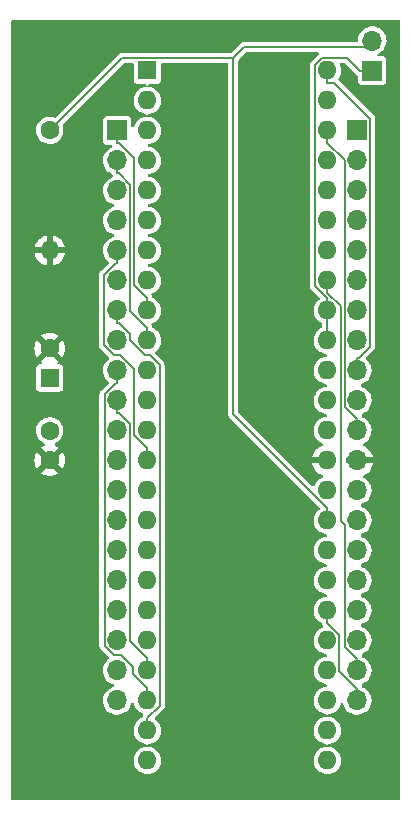
<source format=gtl>
G04 #@! TF.GenerationSoftware,KiCad,Pcbnew,(6.0.8-1)-1*
G04 #@! TF.CreationDate,2022-10-31T15:31:04+09:00*
G04 #@! TF.ProjectId,MEZ68008,4d455a36-3830-4303-982e-6b696361645f,A*
G04 #@! TF.SameCoordinates,PX5f5e100PY8f0d180*
G04 #@! TF.FileFunction,Copper,L1,Top*
G04 #@! TF.FilePolarity,Positive*
%FSLAX46Y46*%
G04 Gerber Fmt 4.6, Leading zero omitted, Abs format (unit mm)*
G04 Created by KiCad (PCBNEW (6.0.8-1)-1) date 2022-10-31 15:31:04*
%MOMM*%
%LPD*%
G01*
G04 APERTURE LIST*
G04 #@! TA.AperFunction,ComponentPad*
%ADD10O,1.600000X1.600000*%
G04 #@! TD*
G04 #@! TA.AperFunction,ComponentPad*
%ADD11C,1.600000*%
G04 #@! TD*
G04 #@! TA.AperFunction,ComponentPad*
%ADD12R,1.600000X1.600000*%
G04 #@! TD*
G04 #@! TA.AperFunction,ComponentPad*
%ADD13R,1.700000X1.700000*%
G04 #@! TD*
G04 #@! TA.AperFunction,ComponentPad*
%ADD14O,1.700000X1.700000*%
G04 #@! TD*
G04 #@! TA.AperFunction,ViaPad*
%ADD15C,0.605000*%
G04 #@! TD*
G04 #@! TA.AperFunction,Conductor*
%ADD16C,0.152400*%
G04 #@! TD*
G04 APERTURE END LIST*
D10*
X3810000Y46990000D03*
D11*
X3810000Y57150000D03*
D12*
X3810000Y36195000D03*
D11*
X3810000Y38695000D03*
D12*
X12065000Y62230000D03*
D10*
X12065000Y59690000D03*
X12065000Y57150000D03*
X12065000Y54610000D03*
X12065000Y52070000D03*
X12065000Y49530000D03*
X12065000Y46990000D03*
X12065000Y44450000D03*
X12065000Y41910000D03*
X12065000Y39370000D03*
X12065000Y36830000D03*
X12065000Y34290000D03*
X12065000Y31750000D03*
X12065000Y29210000D03*
X12065000Y26670000D03*
X12065000Y24130000D03*
X12065000Y21590000D03*
X12065000Y19050000D03*
X12065000Y16510000D03*
X12065000Y13970000D03*
X12065000Y11430000D03*
X12065000Y8890000D03*
X12065000Y6350000D03*
X12065000Y3810000D03*
X27305000Y3810000D03*
X27305000Y6350000D03*
X27305000Y8890000D03*
X27305000Y11430000D03*
X27305000Y13970000D03*
X27305000Y16510000D03*
X27305000Y19050000D03*
X27305000Y21590000D03*
X27305000Y24130000D03*
X27305000Y26670000D03*
X27305000Y29210000D03*
X27305000Y31750000D03*
X27305000Y34290000D03*
X27305000Y36830000D03*
X27305000Y39370000D03*
X27305000Y41910000D03*
X27305000Y44450000D03*
X27305000Y46990000D03*
X27305000Y49530000D03*
X27305000Y52070000D03*
X27305000Y54610000D03*
X27305000Y57150000D03*
X27305000Y59690000D03*
X27305000Y62230000D03*
D13*
X31115000Y62225000D03*
D14*
X31115000Y64765000D03*
D11*
X3810000Y31730000D03*
X3810000Y29230000D03*
D13*
X29845000Y57150000D03*
D14*
X29845000Y54610000D03*
X29845000Y52070000D03*
X29845000Y49530000D03*
X29845000Y46990000D03*
X29845000Y44450000D03*
X29845000Y41910000D03*
X29845000Y39370000D03*
X29845000Y36830000D03*
X29845000Y34290000D03*
X29845000Y31750000D03*
X29845000Y29210000D03*
X29845000Y26670000D03*
X29845000Y24130000D03*
X29845000Y21590000D03*
X29845000Y19050000D03*
X29845000Y16510000D03*
X29845000Y13970000D03*
X29845000Y11430000D03*
X29845000Y8890000D03*
D13*
X9525000Y57150000D03*
D14*
X9525000Y54610000D03*
X9525000Y52070000D03*
X9525000Y49530000D03*
X9525000Y46990000D03*
X9525000Y44450000D03*
X9525000Y41910000D03*
X9525000Y39370000D03*
X9525000Y36830000D03*
X9525000Y34290000D03*
X9525000Y31750000D03*
X9525000Y29210000D03*
X9525000Y26670000D03*
X9525000Y24130000D03*
X9525000Y21590000D03*
X9525000Y19050000D03*
X9525000Y16510000D03*
X9525000Y13970000D03*
X9525000Y11430000D03*
X9525000Y8890000D03*
D15*
X1270000Y65405000D03*
X24765000Y62230000D03*
X13970000Y24130000D03*
X20955000Y62230000D03*
X18415000Y62230000D03*
X14605000Y62230000D03*
X13970000Y26670000D03*
X32385000Y59690000D03*
X1270000Y1270000D03*
X16510000Y24130000D03*
X32385000Y1270000D03*
D16*
X26260800Y43983100D02*
X26260800Y62665900D01*
X27305000Y39370000D02*
X27305000Y41910000D01*
X31115000Y62225000D02*
X30036100Y62225000D01*
X26898400Y63303500D02*
X28957600Y63303500D01*
X28957600Y63303500D02*
X30036100Y62225000D01*
X27305000Y42938900D02*
X26260800Y43983100D01*
X27305000Y41910000D02*
X27305000Y42938900D01*
X26260800Y62665900D02*
X26898400Y63303500D01*
X9525000Y56071100D02*
X9659900Y56071100D01*
X12065000Y41910000D02*
X12065000Y42938900D01*
X9525000Y57150000D02*
X9525000Y56071100D01*
X10909100Y44094800D02*
X12065000Y42938900D01*
X10909100Y54821900D02*
X10909100Y44094800D01*
X9659900Y56071100D02*
X10909100Y54821900D01*
X9636800Y53531100D02*
X9525000Y53531100D01*
X12065000Y40398900D02*
X10603900Y41860000D01*
X10603900Y52564000D02*
X9636800Y53531100D01*
X10603900Y41860000D02*
X10603900Y52564000D01*
X9525000Y54610000D02*
X9525000Y53531100D01*
X12065000Y39370000D02*
X12065000Y40398900D01*
X9525000Y45911100D02*
X9390100Y45911100D01*
X9268600Y38100000D02*
X9786000Y38100000D01*
X8405800Y38962800D02*
X9268600Y38100000D01*
X8405800Y44926800D02*
X8405800Y38962800D01*
X12065000Y29210000D02*
X12065000Y30238900D01*
X10909100Y31394800D02*
X12065000Y30238900D01*
X10909100Y36976900D02*
X10909100Y31394800D01*
X9390100Y45911100D02*
X8405800Y44926800D01*
X9786000Y38100000D02*
X10909100Y36976900D01*
X9525000Y46990000D02*
X9525000Y45911100D01*
X9660000Y40831100D02*
X10603900Y39887200D01*
X12065000Y6350000D02*
X12065000Y7378900D01*
X13107800Y37251000D02*
X13107800Y8421700D01*
X10603900Y39887200D02*
X10603900Y39375100D01*
X12258800Y38100000D02*
X13107800Y37251000D01*
X9525000Y40831100D02*
X9660000Y40831100D01*
X13107800Y8421700D02*
X12065000Y7378900D01*
X11879000Y38100000D02*
X12258800Y38100000D01*
X10603900Y39375100D02*
X11879000Y38100000D01*
X9525000Y41910000D02*
X9525000Y40831100D01*
X8443600Y13504400D02*
X9248000Y12700000D01*
X12065000Y8890000D02*
X12065000Y9918900D01*
X8443600Y34804600D02*
X8443600Y13504400D01*
X10830300Y11153600D02*
X12065000Y9918900D01*
X9813800Y12700000D02*
X10830300Y11683500D01*
X9248000Y12700000D02*
X9813800Y12700000D01*
X9390100Y35751100D02*
X8443600Y34804600D01*
X9525000Y35751100D02*
X9390100Y35751100D01*
X9525000Y36830000D02*
X9525000Y35751100D01*
X10830300Y11683500D02*
X10830300Y11153600D01*
X9525000Y34290000D02*
X9525000Y33211100D01*
X10603900Y13920000D02*
X12065000Y12458900D01*
X9660000Y33211100D02*
X10603900Y32267200D01*
X12065000Y11430000D02*
X12065000Y12458900D01*
X9525000Y33211100D02*
X9660000Y33211100D01*
X10603900Y32267200D02*
X10603900Y13920000D01*
X29710000Y12508900D02*
X28766100Y13452800D01*
X27305000Y44450000D02*
X27305000Y43421100D01*
X28460900Y24048900D02*
X28460900Y42265200D01*
X28766100Y13452800D02*
X28766100Y23743700D01*
X29845000Y12508900D02*
X29710000Y12508900D01*
X29845000Y11430000D02*
X29845000Y12508900D01*
X28766100Y23743700D02*
X28460900Y24048900D01*
X28460900Y42265200D02*
X27305000Y43421100D01*
X30924000Y58159100D02*
X27882000Y61201100D01*
X29845000Y36830000D02*
X29845000Y37908900D01*
X27305000Y62230000D02*
X27305000Y61201100D01*
X29845000Y37908900D02*
X29979900Y37908900D01*
X30924000Y38853000D02*
X30924000Y58159100D01*
X29979900Y37908900D02*
X30924000Y38853000D01*
X27882000Y61201100D02*
X27305000Y61201100D01*
X28766100Y54660000D02*
X27305000Y56121100D01*
X29845000Y32828900D02*
X29710000Y32828900D01*
X29710000Y32828900D02*
X28766100Y33772800D01*
X28766100Y33772800D02*
X28766100Y54660000D01*
X29845000Y31750000D02*
X29845000Y32828900D01*
X27305000Y57150000D02*
X27305000Y56121100D01*
X29733200Y9968900D02*
X29845000Y9968900D01*
X28333900Y11368200D02*
X29733200Y9968900D01*
X27305000Y16510000D02*
X27305000Y15481100D01*
X28333900Y14452200D02*
X28333900Y11368200D01*
X29845000Y8890000D02*
X29845000Y9968900D01*
X27305000Y15481100D02*
X28333900Y14452200D01*
X19355200Y33108700D02*
X27305000Y25158900D01*
X31115000Y64225600D02*
X20294900Y64225600D01*
X19355200Y63285900D02*
X19355200Y33108700D01*
X31115000Y64765000D02*
X31115000Y64225600D01*
X9945900Y63285900D02*
X3810000Y57150000D01*
X19355200Y63285900D02*
X9945900Y63285900D01*
X20294900Y64225600D02*
X19355200Y63285900D01*
X27305000Y24130000D02*
X27305000Y25158900D01*
G04 #@! TA.AperFunction,Conductor*
G36*
X33442121Y66479998D02*
G01*
X33488614Y66426342D01*
X33500000Y66374000D01*
X33500000Y626000D01*
X33479998Y557879D01*
X33426342Y511386D01*
X33374000Y500000D01*
X626000Y500000D01*
X557879Y520002D01*
X511386Y573658D01*
X500000Y626000D01*
X500000Y28143938D01*
X3088493Y28143938D01*
X3097789Y28131923D01*
X3148994Y28096069D01*
X3158489Y28090586D01*
X3355947Y27998510D01*
X3366239Y27994764D01*
X3576688Y27938375D01*
X3587481Y27936472D01*
X3804525Y27917483D01*
X3815475Y27917483D01*
X4032519Y27936472D01*
X4043312Y27938375D01*
X4253761Y27994764D01*
X4264053Y27998510D01*
X4461511Y28090586D01*
X4471006Y28096069D01*
X4523048Y28132509D01*
X4531424Y28142988D01*
X4524356Y28156434D01*
X3822812Y28857978D01*
X3808868Y28865592D01*
X3807035Y28865461D01*
X3800420Y28861210D01*
X3094923Y28155713D01*
X3088493Y28143938D01*
X500000Y28143938D01*
X500000Y29224525D01*
X2497483Y29224525D01*
X2516472Y29007481D01*
X2518375Y28996688D01*
X2574764Y28786239D01*
X2578510Y28775947D01*
X2670586Y28578489D01*
X2676069Y28568994D01*
X2712509Y28516952D01*
X2722988Y28508576D01*
X2736434Y28515644D01*
X3437978Y29217188D01*
X3444356Y29228868D01*
X4174408Y29228868D01*
X4174539Y29227035D01*
X4178790Y29220420D01*
X4884287Y28514923D01*
X4896062Y28508493D01*
X4908077Y28517789D01*
X4943931Y28568994D01*
X4949414Y28578489D01*
X5041490Y28775947D01*
X5045236Y28786239D01*
X5101625Y28996688D01*
X5103528Y29007481D01*
X5122517Y29224525D01*
X5122517Y29235475D01*
X5103528Y29452519D01*
X5101625Y29463312D01*
X5045236Y29673761D01*
X5041490Y29684053D01*
X4949414Y29881511D01*
X4943931Y29891006D01*
X4907491Y29943048D01*
X4897012Y29951424D01*
X4883566Y29944356D01*
X4182022Y29242812D01*
X4174408Y29228868D01*
X3444356Y29228868D01*
X3445592Y29231132D01*
X3445461Y29232965D01*
X3441210Y29239580D01*
X2735713Y29945077D01*
X2723938Y29951507D01*
X2711923Y29942211D01*
X2676069Y29891006D01*
X2670586Y29881511D01*
X2578510Y29684053D01*
X2574764Y29673761D01*
X2518375Y29463312D01*
X2516472Y29452519D01*
X2497483Y29235475D01*
X2497483Y29224525D01*
X500000Y29224525D01*
X500000Y31760246D01*
X2654967Y31760246D01*
X2668796Y31549251D01*
X2670217Y31543655D01*
X2670218Y31543650D01*
X2692784Y31454800D01*
X2720845Y31344310D01*
X2809369Y31152286D01*
X2931405Y30979609D01*
X2935539Y30975582D01*
X3065627Y30848856D01*
X3082865Y30832063D01*
X3087661Y30828858D01*
X3087664Y30828856D01*
X3200330Y30753575D01*
X3258677Y30714589D01*
X3263980Y30712310D01*
X3263985Y30712308D01*
X3299343Y30697118D01*
X3333299Y30682529D01*
X3387991Y30637263D01*
X3409529Y30569612D01*
X3391072Y30501056D01*
X3336811Y30452567D01*
X3158489Y30369414D01*
X3148994Y30363931D01*
X3096952Y30327491D01*
X3088576Y30317012D01*
X3095644Y30303566D01*
X3797188Y29602022D01*
X3811132Y29594408D01*
X3812965Y29594539D01*
X3819580Y29598790D01*
X4525077Y30304287D01*
X4531507Y30316062D01*
X4522211Y30328077D01*
X4471006Y30363931D01*
X4461511Y30369414D01*
X4288120Y30450267D01*
X4234835Y30497184D01*
X4215374Y30565462D01*
X4235916Y30633421D01*
X4281320Y30672026D01*
X4279955Y30674463D01*
X4459395Y30774954D01*
X4459399Y30774957D01*
X4464442Y30777781D01*
X4627012Y30912988D01*
X4762219Y31075558D01*
X4765043Y31080601D01*
X4765046Y31080605D01*
X4862713Y31255002D01*
X4862714Y31255004D01*
X4865537Y31260045D01*
X4867393Y31265512D01*
X4867395Y31265517D01*
X4931647Y31454800D01*
X4933504Y31460270D01*
X4934705Y31468548D01*
X4963314Y31665860D01*
X4963314Y31665862D01*
X4963846Y31669530D01*
X4965429Y31730000D01*
X4946081Y31940560D01*
X4936291Y31975275D01*
X4890255Y32138504D01*
X4888686Y32144069D01*
X4877553Y32166646D01*
X4797719Y32328531D01*
X4795165Y32333710D01*
X4668651Y32503133D01*
X4568286Y32595910D01*
X4517622Y32642743D01*
X4517620Y32642745D01*
X4513381Y32646663D01*
X4480014Y32667716D01*
X4339434Y32756416D01*
X4339433Y32756416D01*
X4334554Y32759495D01*
X4138160Y32837848D01*
X4132503Y32838973D01*
X4132497Y32838975D01*
X3936442Y32877972D01*
X3936440Y32877972D01*
X3930775Y32879099D01*
X3925000Y32879175D01*
X3924996Y32879175D01*
X3818976Y32880563D01*
X3719346Y32881867D01*
X3713649Y32880888D01*
X3713648Y32880888D01*
X3516650Y32847038D01*
X3516649Y32847038D01*
X3510953Y32846059D01*
X3312575Y32772873D01*
X3307614Y32769921D01*
X3307613Y32769921D01*
X3206194Y32709583D01*
X3130856Y32664762D01*
X2971881Y32525345D01*
X2840976Y32359292D01*
X2838287Y32354181D01*
X2838285Y32354178D01*
X2824792Y32328531D01*
X2742523Y32172164D01*
X2679820Y31970227D01*
X2654967Y31760246D01*
X500000Y31760246D01*
X500000Y35361782D01*
X2659500Y35361782D01*
X2660170Y35357232D01*
X2660170Y35357229D01*
X2668216Y35302574D01*
X2669642Y35292888D01*
X2673958Y35284098D01*
X2713634Y35203287D01*
X2721068Y35188145D01*
X2728438Y35180788D01*
X2789665Y35119668D01*
X2803650Y35105707D01*
X2813006Y35101134D01*
X2813007Y35101133D01*
X2837522Y35089150D01*
X2908482Y35054464D01*
X2931418Y35051118D01*
X2972256Y35045160D01*
X2972260Y35045160D01*
X2976782Y35044500D01*
X4643218Y35044500D01*
X4647768Y35045170D01*
X4647771Y35045170D01*
X4702426Y35053216D01*
X4702427Y35053216D01*
X4712112Y35054642D01*
X4806804Y35101133D01*
X4807507Y35101478D01*
X4807509Y35101479D01*
X4816855Y35106068D01*
X4899293Y35188650D01*
X4950536Y35293482D01*
X4960500Y35361782D01*
X4960500Y37028218D01*
X4958184Y37043954D01*
X4951784Y37087426D01*
X4951784Y37087427D01*
X4950358Y37097112D01*
X4898932Y37201855D01*
X4838618Y37262064D01*
X4823721Y37276935D01*
X4823720Y37276935D01*
X4816350Y37284293D01*
X4791386Y37296496D01*
X4741104Y37321074D01*
X4711518Y37335536D01*
X4681027Y37339984D01*
X4647744Y37344840D01*
X4647740Y37344840D01*
X4643218Y37345500D01*
X4562763Y37345500D01*
X4494642Y37365502D01*
X4448149Y37419158D01*
X4438045Y37489432D01*
X4467539Y37554012D01*
X4490492Y37574713D01*
X4523048Y37597509D01*
X4531424Y37607988D01*
X4524356Y37621434D01*
X3822812Y38322978D01*
X3808868Y38330592D01*
X3807035Y38330461D01*
X3800420Y38326210D01*
X3094923Y37620713D01*
X3088493Y37608938D01*
X3097789Y37596923D01*
X3129508Y37574713D01*
X3173836Y37519256D01*
X3181145Y37448636D01*
X3149114Y37385276D01*
X3087913Y37349291D01*
X3057237Y37345500D01*
X2976782Y37345500D01*
X2972232Y37344830D01*
X2972229Y37344830D01*
X2917574Y37336784D01*
X2917573Y37336784D01*
X2907888Y37335358D01*
X2878795Y37321074D01*
X2812493Y37288522D01*
X2812491Y37288521D01*
X2803145Y37283932D01*
X2720707Y37201350D01*
X2669464Y37096518D01*
X2667152Y37080667D01*
X2661796Y37043954D01*
X2659500Y37028218D01*
X2659500Y35361782D01*
X500000Y35361782D01*
X500000Y38689525D01*
X2497483Y38689525D01*
X2516472Y38472481D01*
X2518375Y38461688D01*
X2574764Y38251239D01*
X2578510Y38240947D01*
X2670586Y38043489D01*
X2676069Y38033994D01*
X2712509Y37981952D01*
X2722988Y37973576D01*
X2736434Y37980644D01*
X3437978Y38682188D01*
X3444356Y38693868D01*
X4174408Y38693868D01*
X4174539Y38692035D01*
X4178790Y38685420D01*
X4884287Y37979923D01*
X4896062Y37973493D01*
X4908077Y37982789D01*
X4943931Y38033994D01*
X4949414Y38043489D01*
X5041490Y38240947D01*
X5045236Y38251239D01*
X5101625Y38461688D01*
X5103528Y38472481D01*
X5122517Y38689525D01*
X5122517Y38700475D01*
X5103528Y38917519D01*
X5101625Y38928312D01*
X5045236Y39138761D01*
X5041490Y39149053D01*
X4949414Y39346511D01*
X4943931Y39356006D01*
X4907491Y39408048D01*
X4897012Y39416424D01*
X4883566Y39409356D01*
X4182022Y38707812D01*
X4174408Y38693868D01*
X3444356Y38693868D01*
X3445592Y38696132D01*
X3445461Y38697965D01*
X3441210Y38704580D01*
X2735713Y39410077D01*
X2723938Y39416507D01*
X2711923Y39407211D01*
X2676069Y39356006D01*
X2670586Y39346511D01*
X2578510Y39149053D01*
X2574764Y39138761D01*
X2518375Y38928312D01*
X2516472Y38917519D01*
X2497483Y38700475D01*
X2497483Y38689525D01*
X500000Y38689525D01*
X500000Y39782012D01*
X3088576Y39782012D01*
X3095644Y39768566D01*
X3797188Y39067022D01*
X3811132Y39059408D01*
X3812965Y39059539D01*
X3819580Y39063790D01*
X4525077Y39769287D01*
X4531507Y39781062D01*
X4522211Y39793077D01*
X4471006Y39828931D01*
X4461511Y39834414D01*
X4264053Y39926490D01*
X4253761Y39930236D01*
X4043312Y39986625D01*
X4032519Y39988528D01*
X3815475Y40007517D01*
X3804525Y40007517D01*
X3587481Y39988528D01*
X3576688Y39986625D01*
X3366239Y39930236D01*
X3355947Y39926490D01*
X3158489Y39834414D01*
X3148994Y39828931D01*
X3096952Y39792491D01*
X3088576Y39782012D01*
X500000Y39782012D01*
X500000Y46723478D01*
X2527273Y46723478D01*
X2574764Y46546239D01*
X2578510Y46535947D01*
X2670586Y46338489D01*
X2676069Y46328993D01*
X2801028Y46150533D01*
X2808084Y46142125D01*
X2962125Y45988084D01*
X2970533Y45981028D01*
X3148993Y45856069D01*
X3158489Y45850586D01*
X3355947Y45758510D01*
X3366239Y45754764D01*
X3538503Y45708606D01*
X3552599Y45708942D01*
X3556000Y45716884D01*
X3556000Y45722033D01*
X4064000Y45722033D01*
X4067973Y45708502D01*
X4076522Y45707273D01*
X4253761Y45754764D01*
X4264053Y45758510D01*
X4461511Y45850586D01*
X4471007Y45856069D01*
X4649467Y45981028D01*
X4657875Y45988084D01*
X4811916Y46142125D01*
X4818972Y46150533D01*
X4943931Y46328993D01*
X4949414Y46338489D01*
X5041490Y46535947D01*
X5045236Y46546239D01*
X5091394Y46718503D01*
X5091058Y46732599D01*
X5083116Y46736000D01*
X4082115Y46736000D01*
X4066876Y46731525D01*
X4065671Y46730135D01*
X4064000Y46722452D01*
X4064000Y45722033D01*
X3556000Y45722033D01*
X3556000Y46717885D01*
X3551525Y46733124D01*
X3550135Y46734329D01*
X3542452Y46736000D01*
X2542033Y46736000D01*
X2528502Y46732027D01*
X2527273Y46723478D01*
X500000Y46723478D01*
X500000Y47261497D01*
X2528606Y47261497D01*
X2528942Y47247401D01*
X2536884Y47244000D01*
X3537885Y47244000D01*
X3553124Y47248475D01*
X3554329Y47249865D01*
X3556000Y47257548D01*
X3556000Y47262115D01*
X4064000Y47262115D01*
X4068475Y47246876D01*
X4069865Y47245671D01*
X4077548Y47244000D01*
X5077967Y47244000D01*
X5091498Y47247973D01*
X5092727Y47256522D01*
X5045236Y47433761D01*
X5041490Y47444053D01*
X4949414Y47641511D01*
X4943931Y47651007D01*
X4818972Y47829467D01*
X4811916Y47837875D01*
X4657875Y47991916D01*
X4649467Y47998972D01*
X4471007Y48123931D01*
X4461511Y48129414D01*
X4264053Y48221490D01*
X4253761Y48225236D01*
X4081497Y48271394D01*
X4067401Y48271058D01*
X4064000Y48263116D01*
X4064000Y47262115D01*
X3556000Y47262115D01*
X3556000Y48257967D01*
X3552027Y48271498D01*
X3543478Y48272727D01*
X3366239Y48225236D01*
X3355947Y48221490D01*
X3158489Y48129414D01*
X3148993Y48123931D01*
X2970533Y47998972D01*
X2962125Y47991916D01*
X2808084Y47837875D01*
X2801028Y47829467D01*
X2676069Y47651007D01*
X2670586Y47641511D01*
X2578510Y47444053D01*
X2574764Y47433761D01*
X2528606Y47261497D01*
X500000Y47261497D01*
X500000Y57180246D01*
X2654967Y57180246D01*
X2668796Y56969251D01*
X2670217Y56963655D01*
X2670218Y56963650D01*
X2698579Y56851981D01*
X2720845Y56764310D01*
X2809369Y56572286D01*
X2931405Y56399609D01*
X2935539Y56395582D01*
X3072402Y56262256D01*
X3082865Y56252063D01*
X3087661Y56248858D01*
X3087664Y56248856D01*
X3192500Y56178807D01*
X3258677Y56134589D01*
X3263985Y56132308D01*
X3263986Y56132308D01*
X3447650Y56053400D01*
X3447653Y56053399D01*
X3452953Y56051122D01*
X3458582Y56049848D01*
X3458583Y56049848D01*
X3653550Y56005731D01*
X3653553Y56005731D01*
X3659186Y56004456D01*
X3664957Y56004229D01*
X3664959Y56004229D01*
X3726989Y56001792D01*
X3870470Y55996154D01*
X3876179Y55996982D01*
X3876183Y55996982D01*
X4074015Y56025667D01*
X4074019Y56025668D01*
X4079730Y56026496D01*
X4158987Y56053400D01*
X4274483Y56092605D01*
X4274488Y56092607D01*
X4279955Y56094463D01*
X4294294Y56102493D01*
X4459395Y56194954D01*
X4459399Y56194957D01*
X4464442Y56197781D01*
X4627012Y56332988D01*
X4762219Y56495558D01*
X4765043Y56500601D01*
X4765046Y56500605D01*
X4862713Y56675002D01*
X4862714Y56675004D01*
X4865537Y56680045D01*
X4867393Y56685512D01*
X4867395Y56685517D01*
X4931647Y56874800D01*
X4933504Y56880270D01*
X4963846Y57089530D01*
X4965429Y57150000D01*
X4946081Y57360560D01*
X4895274Y57540709D01*
X4896035Y57611701D01*
X4927449Y57664004D01*
X10085740Y62822295D01*
X10148052Y62856321D01*
X10174835Y62859200D01*
X10788500Y62859200D01*
X10856621Y62839198D01*
X10903114Y62785542D01*
X10914500Y62733200D01*
X10914500Y61396782D01*
X10915170Y61392232D01*
X10915170Y61392229D01*
X10923216Y61337574D01*
X10924642Y61327888D01*
X10928958Y61319098D01*
X10955669Y61264694D01*
X10976068Y61223145D01*
X11058650Y61140707D01*
X11163482Y61089464D01*
X11189235Y61085707D01*
X11227256Y61080160D01*
X11227260Y61080160D01*
X11231782Y61079500D01*
X11879988Y61079500D01*
X11948109Y61059498D01*
X11994602Y61005842D01*
X12004706Y60935568D01*
X11975212Y60870988D01*
X11915486Y60832604D01*
X11901326Y60829320D01*
X11771650Y60807038D01*
X11771649Y60807038D01*
X11765953Y60806059D01*
X11567575Y60732873D01*
X11562614Y60729921D01*
X11562613Y60729921D01*
X11545089Y60719495D01*
X11385856Y60624762D01*
X11226881Y60485345D01*
X11095976Y60319292D01*
X11093287Y60314181D01*
X11093285Y60314178D01*
X11079792Y60288531D01*
X10997523Y60132164D01*
X10934820Y59930227D01*
X10909967Y59720246D01*
X10923796Y59509251D01*
X10925217Y59503655D01*
X10925218Y59503650D01*
X10947784Y59414800D01*
X10975845Y59304310D01*
X11064369Y59112286D01*
X11186405Y58939609D01*
X11337865Y58792063D01*
X11342661Y58788858D01*
X11342664Y58788856D01*
X11447500Y58718807D01*
X11513677Y58674589D01*
X11518985Y58672308D01*
X11518986Y58672308D01*
X11702650Y58593400D01*
X11702653Y58593399D01*
X11707953Y58591122D01*
X11713582Y58589848D01*
X11713583Y58589848D01*
X11908550Y58545731D01*
X11908553Y58545731D01*
X11914186Y58544456D01*
X11919958Y58544229D01*
X11925687Y58543475D01*
X11925327Y58540743D01*
X11981604Y58521784D01*
X12025950Y58466341D01*
X12033282Y58395724D01*
X12001271Y58332353D01*
X11940081Y58296349D01*
X11930704Y58294368D01*
X11771650Y58267038D01*
X11771649Y58267038D01*
X11765953Y58266059D01*
X11567575Y58192873D01*
X11562614Y58189921D01*
X11562613Y58189921D01*
X11397750Y58091838D01*
X11385856Y58084762D01*
X11226881Y57945345D01*
X11095976Y57779292D01*
X11093287Y57774181D01*
X11093285Y57774178D01*
X11079792Y57748531D01*
X10997523Y57592164D01*
X10995810Y57586646D01*
X10995806Y57586636D01*
X10971832Y57509429D01*
X10932529Y57450303D01*
X10867500Y57421813D01*
X10797391Y57433003D01*
X10744461Y57480320D01*
X10725500Y57546793D01*
X10725500Y58033218D01*
X10716871Y58091838D01*
X10716784Y58092426D01*
X10716784Y58092427D01*
X10715358Y58102112D01*
X10676315Y58181634D01*
X10668522Y58197507D01*
X10668521Y58197509D01*
X10663932Y58206855D01*
X10581350Y58289293D01*
X10571899Y58293913D01*
X10539540Y58309730D01*
X10476518Y58340536D01*
X10446027Y58344984D01*
X10412744Y58349840D01*
X10412740Y58349840D01*
X10408218Y58350500D01*
X8641782Y58350500D01*
X8637232Y58349830D01*
X8637229Y58349830D01*
X8582574Y58341784D01*
X8582573Y58341784D01*
X8572888Y58340358D01*
X8550488Y58329360D01*
X8477493Y58293522D01*
X8477491Y58293521D01*
X8468145Y58288932D01*
X8446289Y58267038D01*
X8406567Y58227246D01*
X8385707Y58206350D01*
X8381134Y58196994D01*
X8381133Y58196993D01*
X8372580Y58179495D01*
X8334464Y58101518D01*
X8324500Y58033218D01*
X8324500Y56266782D01*
X8325170Y56262232D01*
X8325170Y56262229D01*
X8333216Y56207574D01*
X8334642Y56197888D01*
X8386068Y56093145D01*
X8468650Y56010707D01*
X8478006Y56006134D01*
X8478007Y56006133D01*
X8483445Y56003475D01*
X8573482Y55959464D01*
X8603973Y55955016D01*
X8637256Y55950160D01*
X8637260Y55950160D01*
X8641782Y55949500D01*
X8981570Y55949500D01*
X9049691Y55929498D01*
X9096184Y55875842D01*
X9106288Y55805568D01*
X9076794Y55740988D01*
X9025180Y55705288D01*
X9016382Y55702042D01*
X9005957Y55698196D01*
X8816341Y55585386D01*
X8650457Y55439910D01*
X8513863Y55266640D01*
X8411131Y55071380D01*
X8345703Y54860667D01*
X8319770Y54641560D01*
X8334200Y54421396D01*
X8335621Y54415800D01*
X8335622Y54415795D01*
X8387090Y54213143D01*
X8388511Y54207548D01*
X8390928Y54202306D01*
X8390928Y54202305D01*
X8421955Y54135002D01*
X8480883Y54007179D01*
X8608222Y53826998D01*
X8766264Y53673039D01*
X8771060Y53669834D01*
X8771063Y53669832D01*
X8868539Y53604701D01*
X8949717Y53550460D01*
X8955019Y53548182D01*
X8955032Y53548175D01*
X9034595Y53513992D01*
X9089288Y53468724D01*
X9103098Y53436675D01*
X9103869Y53436973D01*
X9105000Y53434050D01*
X9106234Y53429397D01*
X9107823Y53425709D01*
X9108924Y53420784D01*
X9111156Y53413530D01*
X9112556Y53404216D01*
X9130935Y53365941D01*
X9134851Y53356890D01*
X9139839Y53343998D01*
X9145764Y53273251D01*
X9112499Y53210530D01*
X9065937Y53180324D01*
X9011376Y53160196D01*
X9011368Y53160192D01*
X9005957Y53158196D01*
X9000996Y53155244D01*
X9000995Y53155244D01*
X8872801Y53078976D01*
X8816341Y53045386D01*
X8650457Y52899910D01*
X8513863Y52726640D01*
X8411131Y52531380D01*
X8345703Y52320667D01*
X8319770Y52101560D01*
X8334200Y51881396D01*
X8335621Y51875800D01*
X8335622Y51875795D01*
X8387090Y51673143D01*
X8388511Y51667548D01*
X8390928Y51662306D01*
X8390928Y51662305D01*
X8421955Y51595002D01*
X8480883Y51467179D01*
X8608222Y51286998D01*
X8766264Y51133039D01*
X8771060Y51129834D01*
X8771063Y51129832D01*
X8789099Y51117781D01*
X8949717Y51010460D01*
X8955020Y51008182D01*
X8955023Y51008180D01*
X9145169Y50926487D01*
X9152436Y50923365D01*
X9158071Y50922090D01*
X9158074Y50922089D01*
X9159484Y50921770D01*
X9160083Y50921436D01*
X9163562Y50920306D01*
X9163340Y50919623D01*
X9221511Y50887228D01*
X9255016Y50824634D01*
X9249362Y50753863D01*
X9206344Y50697384D01*
X9175287Y50680665D01*
X9011376Y50620196D01*
X9011368Y50620192D01*
X9005957Y50618196D01*
X9000996Y50615244D01*
X9000995Y50615244D01*
X8872801Y50538976D01*
X8816341Y50505386D01*
X8650457Y50359910D01*
X8513863Y50186640D01*
X8411131Y49991380D01*
X8345703Y49780667D01*
X8319770Y49561560D01*
X8334200Y49341396D01*
X8335621Y49335800D01*
X8335622Y49335795D01*
X8387090Y49133143D01*
X8388511Y49127548D01*
X8390928Y49122306D01*
X8390928Y49122305D01*
X8421955Y49055002D01*
X8480883Y48927179D01*
X8608222Y48746998D01*
X8766264Y48593039D01*
X8771060Y48589834D01*
X8771063Y48589832D01*
X8789099Y48577781D01*
X8949717Y48470460D01*
X8955020Y48468182D01*
X8955023Y48468180D01*
X9145169Y48386487D01*
X9152436Y48383365D01*
X9158071Y48382090D01*
X9158074Y48382089D01*
X9159484Y48381770D01*
X9160083Y48381436D01*
X9163562Y48380306D01*
X9163340Y48379623D01*
X9221511Y48347228D01*
X9255016Y48284634D01*
X9249362Y48213863D01*
X9206344Y48157384D01*
X9175287Y48140665D01*
X9011376Y48080196D01*
X9011368Y48080192D01*
X9005957Y48078196D01*
X9000996Y48075244D01*
X9000995Y48075244D01*
X8872801Y47998976D01*
X8816341Y47965386D01*
X8650457Y47819910D01*
X8513863Y47646640D01*
X8411131Y47451380D01*
X8345703Y47240667D01*
X8319770Y47021560D01*
X8334200Y46801396D01*
X8335621Y46795800D01*
X8335622Y46795795D01*
X8387090Y46593143D01*
X8388511Y46587548D01*
X8390928Y46582306D01*
X8390928Y46582305D01*
X8421955Y46515002D01*
X8480883Y46387179D01*
X8608222Y46206998D01*
X8722244Y46095922D01*
X8757049Y46062016D01*
X8791886Y46000154D01*
X8787749Y45929278D01*
X8758222Y45882667D01*
X8127278Y45251723D01*
X8116188Y45241868D01*
X8098634Y45228030D01*
X8098630Y45228026D01*
X8091235Y45222196D01*
X8059643Y45176485D01*
X8057410Y45173362D01*
X8024438Y45128721D01*
X8022173Y45122271D01*
X8018283Y45116643D01*
X8015445Y45107668D01*
X8015442Y45107663D01*
X8001556Y45063754D01*
X8000303Y45059997D01*
X7985043Y45016545D01*
X7985042Y45016542D01*
X7981923Y45007659D01*
X7981654Y45000823D01*
X7979593Y44994305D01*
X7979100Y44988041D01*
X7979100Y44938280D01*
X7979003Y44933334D01*
X7976886Y44879448D01*
X7978692Y44872637D01*
X7979100Y44865222D01*
X7979100Y38995610D01*
X7978227Y38980802D01*
X7974492Y38949245D01*
X7976184Y38939983D01*
X7976184Y38939974D01*
X7984463Y38894648D01*
X7985114Y38890740D01*
X7993356Y38835916D01*
X7996316Y38829752D01*
X7997545Y38823023D01*
X8023122Y38773785D01*
X8024879Y38770269D01*
X8044820Y38728741D01*
X8044822Y38728737D01*
X8048898Y38720250D01*
X8053541Y38715228D01*
X8056693Y38709159D01*
X8060774Y38704381D01*
X8095949Y38669206D01*
X8099378Y38665641D01*
X8135995Y38626029D01*
X8142087Y38622490D01*
X8147624Y38617531D01*
X8797629Y37967526D01*
X8831655Y37905214D01*
X8826590Y37834399D01*
X8791613Y37783700D01*
X8650457Y37659910D01*
X8513863Y37486640D01*
X8411131Y37291380D01*
X8345703Y37080667D01*
X8319770Y36861560D01*
X8334200Y36641396D01*
X8335621Y36635800D01*
X8335622Y36635795D01*
X8387090Y36433143D01*
X8388511Y36427548D01*
X8390928Y36422306D01*
X8390928Y36422305D01*
X8429046Y36339621D01*
X8480883Y36227179D01*
X8608222Y36046998D01*
X8612356Y36042971D01*
X8757049Y35902016D01*
X8791886Y35840154D01*
X8787749Y35769278D01*
X8758222Y35722667D01*
X8165078Y35129523D01*
X8153988Y35119668D01*
X8136434Y35105830D01*
X8136430Y35105826D01*
X8129035Y35099996D01*
X8097443Y35054285D01*
X8095210Y35051162D01*
X8062238Y35006521D01*
X8059973Y35000071D01*
X8056083Y34994443D01*
X8053245Y34985468D01*
X8053242Y34985463D01*
X8039356Y34941554D01*
X8038103Y34937797D01*
X8022843Y34894345D01*
X8022842Y34894342D01*
X8019723Y34885459D01*
X8019454Y34878623D01*
X8017393Y34872105D01*
X8016900Y34865841D01*
X8016900Y34816080D01*
X8016803Y34811134D01*
X8014686Y34757248D01*
X8016492Y34750437D01*
X8016900Y34743022D01*
X8016900Y13537210D01*
X8016027Y13522402D01*
X8012292Y13490845D01*
X8013984Y13481583D01*
X8013984Y13481574D01*
X8022263Y13436248D01*
X8022914Y13432340D01*
X8031156Y13377516D01*
X8034116Y13371352D01*
X8035345Y13364623D01*
X8060922Y13315385D01*
X8062679Y13311869D01*
X8082620Y13270341D01*
X8082622Y13270337D01*
X8086698Y13261850D01*
X8091341Y13256828D01*
X8094493Y13250759D01*
X8098574Y13245981D01*
X8133749Y13210806D01*
X8137178Y13207241D01*
X8173795Y13167629D01*
X8179887Y13164090D01*
X8185424Y13159131D01*
X8786654Y12557901D01*
X8820680Y12495589D01*
X8815615Y12424774D01*
X8780638Y12374075D01*
X8650457Y12259910D01*
X8513863Y12086640D01*
X8411131Y11891380D01*
X8345703Y11680667D01*
X8319770Y11461560D01*
X8334200Y11241396D01*
X8335621Y11235800D01*
X8335622Y11235795D01*
X8387090Y11033143D01*
X8388511Y11027548D01*
X8390928Y11022306D01*
X8390928Y11022305D01*
X8429046Y10939621D01*
X8480883Y10827179D01*
X8608222Y10646998D01*
X8766264Y10493039D01*
X8771060Y10489834D01*
X8771063Y10489832D01*
X8855261Y10433573D01*
X8949717Y10370460D01*
X8955020Y10368182D01*
X8955023Y10368180D01*
X9114478Y10299673D01*
X9152436Y10283365D01*
X9158071Y10282090D01*
X9158074Y10282089D01*
X9159484Y10281770D01*
X9160083Y10281436D01*
X9163562Y10280306D01*
X9163340Y10279623D01*
X9221511Y10247228D01*
X9255016Y10184634D01*
X9249362Y10113863D01*
X9206344Y10057384D01*
X9175287Y10040665D01*
X9011376Y9980196D01*
X9011368Y9980192D01*
X9005957Y9978196D01*
X9000996Y9975244D01*
X9000995Y9975244D01*
X8877114Y9901542D01*
X8816341Y9865386D01*
X8650457Y9719910D01*
X8513863Y9546640D01*
X8411131Y9351380D01*
X8345703Y9140667D01*
X8319770Y8921560D01*
X8334200Y8701396D01*
X8335621Y8695800D01*
X8335622Y8695795D01*
X8387090Y8493143D01*
X8388511Y8487548D01*
X8390928Y8482306D01*
X8390928Y8482305D01*
X8429046Y8399621D01*
X8480883Y8287179D01*
X8608222Y8106998D01*
X8766264Y7953039D01*
X8771060Y7949834D01*
X8771063Y7949832D01*
X8855261Y7893573D01*
X8949717Y7830460D01*
X8955020Y7828182D01*
X8955023Y7828180D01*
X9145169Y7746487D01*
X9152436Y7743365D01*
X9232088Y7725342D01*
X9361995Y7695946D01*
X9362001Y7695945D01*
X9367632Y7694671D01*
X9373403Y7694444D01*
X9373405Y7694444D01*
X9441211Y7691780D01*
X9588098Y7686009D01*
X9697275Y7701839D01*
X9800738Y7716840D01*
X9800743Y7716841D01*
X9806452Y7717669D01*
X9811916Y7719524D01*
X9811921Y7719525D01*
X10009907Y7786732D01*
X10009912Y7786734D01*
X10015379Y7788590D01*
X10207884Y7896398D01*
X10254243Y7934954D01*
X10373086Y8033796D01*
X10377518Y8037482D01*
X10410739Y8077426D01*
X10514908Y8202674D01*
X10514910Y8202677D01*
X10518602Y8207116D01*
X10604478Y8360459D01*
X10623586Y8394578D01*
X10623587Y8394580D01*
X10626410Y8399621D01*
X10628266Y8405088D01*
X10628268Y8405093D01*
X10695475Y8603079D01*
X10695476Y8603084D01*
X10697331Y8608548D01*
X10698159Y8614261D01*
X10699509Y8619883D01*
X10700854Y8619560D01*
X10727611Y8677953D01*
X10787385Y8716262D01*
X10858382Y8716172D01*
X10918059Y8677713D01*
X10944854Y8626336D01*
X10974423Y8509907D01*
X10974424Y8509905D01*
X10975845Y8504310D01*
X10978262Y8499067D01*
X11024107Y8399621D01*
X11064369Y8312286D01*
X11186405Y8139609D01*
X11337865Y7992063D01*
X11342661Y7988858D01*
X11342664Y7988856D01*
X11475509Y7900092D01*
X11513677Y7874589D01*
X11607074Y7834463D01*
X11661346Y7811146D01*
X11716040Y7765878D01*
X11737577Y7698227D01*
X11719120Y7629671D01*
X11712973Y7620537D01*
X11683638Y7580821D01*
X11681373Y7574371D01*
X11677483Y7568743D01*
X11674645Y7559768D01*
X11674642Y7559763D01*
X11660756Y7515854D01*
X11659503Y7512098D01*
X11644730Y7470031D01*
X11603287Y7412386D01*
X11577803Y7398210D01*
X11578209Y7397360D01*
X11572991Y7394871D01*
X11567575Y7392873D01*
X11562614Y7389921D01*
X11562613Y7389921D01*
X11545089Y7379495D01*
X11385856Y7284762D01*
X11226881Y7145345D01*
X11095976Y6979292D01*
X11093287Y6974181D01*
X11093285Y6974178D01*
X11079792Y6948531D01*
X10997523Y6792164D01*
X10934820Y6590227D01*
X10909967Y6380246D01*
X10923796Y6169251D01*
X10925217Y6163655D01*
X10925218Y6163650D01*
X10947784Y6074800D01*
X10975845Y5964310D01*
X11064369Y5772286D01*
X11186405Y5599609D01*
X11337865Y5452063D01*
X11342661Y5448858D01*
X11342664Y5448856D01*
X11485936Y5353125D01*
X11513677Y5334589D01*
X11518985Y5332308D01*
X11518986Y5332308D01*
X11702650Y5253400D01*
X11702653Y5253399D01*
X11707953Y5251122D01*
X11713582Y5249848D01*
X11713583Y5249848D01*
X11908550Y5205731D01*
X11908553Y5205731D01*
X11914186Y5204456D01*
X11919958Y5204229D01*
X11925687Y5203475D01*
X11925327Y5200743D01*
X11981604Y5181784D01*
X12025950Y5126341D01*
X12033282Y5055724D01*
X12001271Y4992353D01*
X11940081Y4956349D01*
X11930704Y4954368D01*
X11771650Y4927038D01*
X11771649Y4927038D01*
X11765953Y4926059D01*
X11567575Y4852873D01*
X11562614Y4849921D01*
X11562613Y4849921D01*
X11545089Y4839495D01*
X11385856Y4744762D01*
X11226881Y4605345D01*
X11095976Y4439292D01*
X11093287Y4434181D01*
X11093285Y4434178D01*
X11079792Y4408531D01*
X10997523Y4252164D01*
X10934820Y4050227D01*
X10909967Y3840246D01*
X10923796Y3629251D01*
X10925217Y3623655D01*
X10925218Y3623650D01*
X10947784Y3534800D01*
X10975845Y3424310D01*
X11064369Y3232286D01*
X11186405Y3059609D01*
X11337865Y2912063D01*
X11342661Y2908858D01*
X11342664Y2908856D01*
X11485936Y2813125D01*
X11513677Y2794589D01*
X11518985Y2792308D01*
X11518986Y2792308D01*
X11702650Y2713400D01*
X11702653Y2713399D01*
X11707953Y2711122D01*
X11713582Y2709848D01*
X11713583Y2709848D01*
X11908550Y2665731D01*
X11908553Y2665731D01*
X11914186Y2664456D01*
X11919957Y2664229D01*
X11919959Y2664229D01*
X11981989Y2661792D01*
X12125470Y2656154D01*
X12131179Y2656982D01*
X12131183Y2656982D01*
X12329015Y2685667D01*
X12329019Y2685668D01*
X12334730Y2686496D01*
X12413987Y2713400D01*
X12529483Y2752605D01*
X12529488Y2752607D01*
X12534955Y2754463D01*
X12539998Y2757287D01*
X12714395Y2854954D01*
X12714399Y2854957D01*
X12719442Y2857781D01*
X12882012Y2992988D01*
X13017219Y3155558D01*
X13020043Y3160601D01*
X13020046Y3160605D01*
X13117713Y3335002D01*
X13117714Y3335004D01*
X13120537Y3340045D01*
X13122393Y3345512D01*
X13122395Y3345517D01*
X13186647Y3534800D01*
X13188504Y3540270D01*
X13218846Y3749530D01*
X13220429Y3810000D01*
X13201081Y4020560D01*
X13143686Y4224069D01*
X13132553Y4246646D01*
X13052719Y4408531D01*
X13050165Y4413710D01*
X12923651Y4583133D01*
X12768381Y4726663D01*
X12589554Y4839495D01*
X12393160Y4917848D01*
X12387503Y4918973D01*
X12387497Y4918975D01*
X12190234Y4958212D01*
X12127324Y4991119D01*
X12092192Y5052814D01*
X12095992Y5123709D01*
X12137517Y5181295D01*
X12196734Y5206487D01*
X12329015Y5225667D01*
X12329019Y5225668D01*
X12334730Y5226496D01*
X12413987Y5253400D01*
X12529483Y5292605D01*
X12529488Y5292607D01*
X12534955Y5294463D01*
X12539998Y5297287D01*
X12714395Y5394954D01*
X12714399Y5394957D01*
X12719442Y5397781D01*
X12882012Y5532988D01*
X13017219Y5695558D01*
X13020043Y5700601D01*
X13020046Y5700605D01*
X13117713Y5875002D01*
X13117714Y5875004D01*
X13120537Y5880045D01*
X13122393Y5885512D01*
X13122395Y5885517D01*
X13186647Y6074800D01*
X13188504Y6080270D01*
X13218846Y6289530D01*
X13220429Y6350000D01*
X13201081Y6560560D01*
X13143686Y6764069D01*
X13132553Y6786646D01*
X13052719Y6948531D01*
X13050165Y6953710D01*
X12923651Y7123133D01*
X12768381Y7266663D01*
X12763494Y7269746D01*
X12761936Y7270942D01*
X12720069Y7328280D01*
X12715847Y7399151D01*
X12749545Y7460000D01*
X13386322Y8096777D01*
X13397412Y8106632D01*
X13414967Y8120471D01*
X13414970Y8120475D01*
X13422365Y8126304D01*
X13427719Y8134051D01*
X13427723Y8134055D01*
X13453915Y8171951D01*
X13456215Y8175171D01*
X13483568Y8212204D01*
X13489163Y8219779D01*
X13491429Y8226231D01*
X13495317Y8231857D01*
X13512048Y8284761D01*
X13513302Y8288519D01*
X13514674Y8292424D01*
X13531677Y8340841D01*
X13531946Y8347677D01*
X13534007Y8354195D01*
X13534500Y8360459D01*
X13534500Y8410220D01*
X13534597Y8415166D01*
X13536344Y8459639D01*
X13536714Y8469052D01*
X13534908Y8475863D01*
X13534500Y8483278D01*
X13534500Y37218198D01*
X13535373Y37233008D01*
X13538000Y37255203D01*
X13539107Y37264555D01*
X13537415Y37273822D01*
X13529142Y37319122D01*
X13528492Y37323025D01*
X13521644Y37368575D01*
X13521643Y37368578D01*
X13520244Y37377884D01*
X13517284Y37384049D01*
X13516055Y37390777D01*
X13490478Y37440015D01*
X13488721Y37443531D01*
X13468780Y37485059D01*
X13468778Y37485063D01*
X13464702Y37493550D01*
X13460059Y37498572D01*
X13456907Y37504641D01*
X13452826Y37509419D01*
X13417651Y37544594D01*
X13414221Y37548160D01*
X13383997Y37580856D01*
X13383998Y37580856D01*
X13377605Y37587771D01*
X13371513Y37591310D01*
X13365976Y37596269D01*
X12721571Y38240674D01*
X12687545Y38302986D01*
X12692610Y38373801D01*
X12730095Y38426641D01*
X12882012Y38552988D01*
X13017219Y38715558D01*
X13020043Y38720601D01*
X13020046Y38720605D01*
X13117713Y38895002D01*
X13117714Y38895004D01*
X13120537Y38900045D01*
X13122393Y38905512D01*
X13122395Y38905517D01*
X13186647Y39094800D01*
X13188504Y39100270D01*
X13195578Y39149053D01*
X13218314Y39305860D01*
X13218314Y39305862D01*
X13218846Y39309530D01*
X13220429Y39370000D01*
X13201081Y39580560D01*
X13143686Y39784069D01*
X13132553Y39806646D01*
X13052719Y39968531D01*
X13050165Y39973710D01*
X12933132Y40130436D01*
X12927104Y40138509D01*
X12927103Y40138510D01*
X12923651Y40143133D01*
X12768381Y40286663D01*
X12623593Y40378018D01*
X12594434Y40396416D01*
X12594433Y40396416D01*
X12589554Y40399495D01*
X12557647Y40412225D01*
X12501789Y40456045D01*
X12479740Y40510519D01*
X12478845Y40516470D01*
X12478844Y40516474D01*
X12477444Y40525784D01*
X12474484Y40531949D01*
X12473255Y40538677D01*
X12447678Y40587915D01*
X12445921Y40591431D01*
X12425980Y40632959D01*
X12425978Y40632963D01*
X12421902Y40641450D01*
X12417259Y40646472D01*
X12417125Y40646729D01*
X12416822Y40647684D01*
X12415340Y40650168D01*
X12414112Y40652532D01*
X12415117Y40653054D01*
X12395721Y40714150D01*
X12414232Y40782691D01*
X12466861Y40830343D01*
X12481189Y40836212D01*
X12491700Y40839780D01*
X12534955Y40854463D01*
X12539998Y40857287D01*
X12714395Y40954954D01*
X12714399Y40954957D01*
X12719442Y40957781D01*
X12882012Y41092988D01*
X13017219Y41255558D01*
X13020043Y41260601D01*
X13020046Y41260605D01*
X13117713Y41435002D01*
X13117714Y41435004D01*
X13120537Y41440045D01*
X13122393Y41445512D01*
X13122395Y41445517D01*
X13186647Y41634800D01*
X13188504Y41640270D01*
X13218846Y41849530D01*
X13220429Y41910000D01*
X13201081Y42120560D01*
X13143686Y42324069D01*
X13132553Y42346646D01*
X13052719Y42508531D01*
X13050165Y42513710D01*
X12923651Y42683133D01*
X12768381Y42826663D01*
X12623493Y42918081D01*
X12594434Y42936416D01*
X12594433Y42936416D01*
X12589554Y42939495D01*
X12557647Y42952225D01*
X12501789Y42996045D01*
X12479740Y43050519D01*
X12478845Y43056470D01*
X12478844Y43056474D01*
X12477444Y43065784D01*
X12474484Y43071949D01*
X12473255Y43078677D01*
X12447678Y43127915D01*
X12445921Y43131431D01*
X12425980Y43172959D01*
X12425978Y43172963D01*
X12421902Y43181450D01*
X12417259Y43186472D01*
X12417125Y43186729D01*
X12416822Y43187684D01*
X12415340Y43190168D01*
X12414112Y43192532D01*
X12415117Y43193054D01*
X12395721Y43254150D01*
X12414232Y43322691D01*
X12466861Y43370343D01*
X12481189Y43376212D01*
X12534955Y43394463D01*
X12539998Y43397287D01*
X12714395Y43494954D01*
X12714399Y43494957D01*
X12719442Y43497781D01*
X12882012Y43632988D01*
X13017219Y43795558D01*
X13020043Y43800601D01*
X13020046Y43800605D01*
X13117713Y43975002D01*
X13117714Y43975004D01*
X13120537Y43980045D01*
X13122393Y43985512D01*
X13122395Y43985517D01*
X13186647Y44174800D01*
X13188504Y44180270D01*
X13218846Y44389530D01*
X13220429Y44450000D01*
X13201081Y44660560D01*
X13143686Y44864069D01*
X13079461Y44994305D01*
X13052719Y45048531D01*
X13050165Y45053710D01*
X12923651Y45223133D01*
X12768381Y45366663D01*
X12739696Y45384762D01*
X12594434Y45476416D01*
X12594433Y45476416D01*
X12589554Y45479495D01*
X12393160Y45557848D01*
X12387503Y45558973D01*
X12387497Y45558975D01*
X12190234Y45598212D01*
X12127324Y45631119D01*
X12092192Y45692814D01*
X12095992Y45763709D01*
X12137517Y45821295D01*
X12196734Y45846487D01*
X12329015Y45865667D01*
X12329019Y45865668D01*
X12334730Y45866496D01*
X12424454Y45896953D01*
X12529483Y45932605D01*
X12529488Y45932607D01*
X12534955Y45934463D01*
X12539998Y45937287D01*
X12714395Y46034954D01*
X12714399Y46034957D01*
X12719442Y46037781D01*
X12882012Y46172988D01*
X13017219Y46335558D01*
X13020043Y46340601D01*
X13020046Y46340605D01*
X13117713Y46515002D01*
X13117714Y46515004D01*
X13120537Y46520045D01*
X13122393Y46525512D01*
X13122395Y46525517D01*
X13186647Y46714800D01*
X13188504Y46720270D01*
X13189935Y46730135D01*
X13218314Y46925860D01*
X13218314Y46925862D01*
X13218846Y46929530D01*
X13220429Y46990000D01*
X13201081Y47200560D01*
X13188359Y47245671D01*
X13145255Y47398504D01*
X13143686Y47404069D01*
X13129044Y47433761D01*
X13052719Y47588531D01*
X13050165Y47593710D01*
X12923651Y47763133D01*
X12768381Y47906663D01*
X12739696Y47924762D01*
X12594434Y48016416D01*
X12594433Y48016416D01*
X12589554Y48019495D01*
X12393160Y48097848D01*
X12387503Y48098973D01*
X12387497Y48098975D01*
X12190234Y48138212D01*
X12127324Y48171119D01*
X12092192Y48232814D01*
X12095992Y48303709D01*
X12137517Y48361295D01*
X12196734Y48386487D01*
X12329015Y48405667D01*
X12329019Y48405668D01*
X12334730Y48406496D01*
X12424454Y48436953D01*
X12529483Y48472605D01*
X12529488Y48472607D01*
X12534955Y48474463D01*
X12539998Y48477287D01*
X12714395Y48574954D01*
X12714399Y48574957D01*
X12719442Y48577781D01*
X12882012Y48712988D01*
X13017219Y48875558D01*
X13020043Y48880601D01*
X13020046Y48880605D01*
X13117713Y49055002D01*
X13117714Y49055004D01*
X13120537Y49060045D01*
X13122393Y49065512D01*
X13122395Y49065517D01*
X13186647Y49254800D01*
X13188504Y49260270D01*
X13218846Y49469530D01*
X13220429Y49530000D01*
X13201081Y49740560D01*
X13143686Y49944069D01*
X13050165Y50133710D01*
X12923651Y50303133D01*
X12768381Y50446663D01*
X12739696Y50464762D01*
X12594434Y50556416D01*
X12594433Y50556416D01*
X12589554Y50559495D01*
X12393160Y50637848D01*
X12387503Y50638973D01*
X12387497Y50638975D01*
X12190234Y50678212D01*
X12127324Y50711119D01*
X12092192Y50772814D01*
X12095992Y50843709D01*
X12137517Y50901295D01*
X12196734Y50926487D01*
X12329015Y50945667D01*
X12329019Y50945668D01*
X12334730Y50946496D01*
X12424454Y50976953D01*
X12529483Y51012605D01*
X12529488Y51012607D01*
X12534955Y51014463D01*
X12539998Y51017287D01*
X12714395Y51114954D01*
X12714399Y51114957D01*
X12719442Y51117781D01*
X12882012Y51252988D01*
X13017219Y51415558D01*
X13020043Y51420601D01*
X13020046Y51420605D01*
X13117713Y51595002D01*
X13117714Y51595004D01*
X13120537Y51600045D01*
X13122393Y51605512D01*
X13122395Y51605517D01*
X13186647Y51794800D01*
X13188504Y51800270D01*
X13218846Y52009530D01*
X13220429Y52070000D01*
X13201081Y52280560D01*
X13143686Y52484069D01*
X13050165Y52673710D01*
X12923651Y52843133D01*
X12768381Y52986663D01*
X12739696Y53004762D01*
X12594434Y53096416D01*
X12594433Y53096416D01*
X12589554Y53099495D01*
X12393160Y53177848D01*
X12387503Y53178973D01*
X12387497Y53178975D01*
X12190234Y53218212D01*
X12127324Y53251119D01*
X12092192Y53312814D01*
X12095992Y53383709D01*
X12137517Y53441295D01*
X12196734Y53466487D01*
X12329015Y53485667D01*
X12329019Y53485668D01*
X12334730Y53486496D01*
X12424454Y53516953D01*
X12529483Y53552605D01*
X12529488Y53552607D01*
X12534955Y53554463D01*
X12539998Y53557287D01*
X12714395Y53654954D01*
X12714399Y53654957D01*
X12719442Y53657781D01*
X12882012Y53792988D01*
X13017219Y53955558D01*
X13020043Y53960601D01*
X13020046Y53960605D01*
X13117713Y54135002D01*
X13117714Y54135004D01*
X13120537Y54140045D01*
X13122393Y54145512D01*
X13122395Y54145517D01*
X13186647Y54334800D01*
X13188504Y54340270D01*
X13218846Y54549530D01*
X13220429Y54610000D01*
X13201081Y54820560D01*
X13143686Y55024069D01*
X13050165Y55213710D01*
X12923651Y55383133D01*
X12768381Y55526663D01*
X12735014Y55547716D01*
X12594434Y55636416D01*
X12594433Y55636416D01*
X12589554Y55639495D01*
X12393160Y55717848D01*
X12387503Y55718973D01*
X12387497Y55718975D01*
X12190234Y55758212D01*
X12127324Y55791119D01*
X12092192Y55852814D01*
X12095992Y55923709D01*
X12137517Y55981295D01*
X12196734Y56006487D01*
X12329015Y56025667D01*
X12329019Y56025668D01*
X12334730Y56026496D01*
X12413987Y56053400D01*
X12529483Y56092605D01*
X12529488Y56092607D01*
X12534955Y56094463D01*
X12549294Y56102493D01*
X12714395Y56194954D01*
X12714399Y56194957D01*
X12719442Y56197781D01*
X12882012Y56332988D01*
X13017219Y56495558D01*
X13020043Y56500601D01*
X13020046Y56500605D01*
X13117713Y56675002D01*
X13117714Y56675004D01*
X13120537Y56680045D01*
X13122393Y56685512D01*
X13122395Y56685517D01*
X13186647Y56874800D01*
X13188504Y56880270D01*
X13218846Y57089530D01*
X13220429Y57150000D01*
X13201081Y57360560D01*
X13143686Y57564069D01*
X13132558Y57586636D01*
X13052719Y57748531D01*
X13050165Y57753710D01*
X12923651Y57923133D01*
X12804562Y58033218D01*
X12772622Y58062743D01*
X12772620Y58062745D01*
X12768381Y58066663D01*
X12727549Y58092426D01*
X12594434Y58176416D01*
X12594433Y58176416D01*
X12589554Y58179495D01*
X12393160Y58257848D01*
X12387503Y58258973D01*
X12387497Y58258975D01*
X12190234Y58298212D01*
X12127324Y58331119D01*
X12092192Y58392814D01*
X12095992Y58463709D01*
X12137517Y58521295D01*
X12196734Y58546487D01*
X12329015Y58565667D01*
X12329019Y58565668D01*
X12334730Y58566496D01*
X12413987Y58593400D01*
X12529483Y58632605D01*
X12529488Y58632607D01*
X12534955Y58634463D01*
X12539998Y58637287D01*
X12714395Y58734954D01*
X12714399Y58734957D01*
X12719442Y58737781D01*
X12882012Y58872988D01*
X13017219Y59035558D01*
X13020043Y59040601D01*
X13020046Y59040605D01*
X13117713Y59215002D01*
X13117714Y59215004D01*
X13120537Y59220045D01*
X13122393Y59225512D01*
X13122395Y59225517D01*
X13186647Y59414800D01*
X13188504Y59420270D01*
X13218846Y59629530D01*
X13220429Y59690000D01*
X13201081Y59900560D01*
X13143686Y60104069D01*
X13132553Y60126646D01*
X13052719Y60288531D01*
X13050165Y60293710D01*
X12923651Y60463133D01*
X12768381Y60606663D01*
X12735014Y60627716D01*
X12594434Y60716416D01*
X12594433Y60716416D01*
X12589554Y60719495D01*
X12393160Y60797848D01*
X12387503Y60798973D01*
X12387497Y60798975D01*
X12231916Y60829921D01*
X12169006Y60862828D01*
X12133874Y60924523D01*
X12137674Y60995418D01*
X12179199Y61053004D01*
X12245266Y61078998D01*
X12256497Y61079500D01*
X12898218Y61079500D01*
X12902768Y61080170D01*
X12902771Y61080170D01*
X12957426Y61088216D01*
X12957427Y61088216D01*
X12967112Y61089642D01*
X13061804Y61136133D01*
X13062507Y61136478D01*
X13062509Y61136479D01*
X13071855Y61141068D01*
X13154293Y61223650D01*
X13205536Y61328482D01*
X13215500Y61396782D01*
X13215500Y62733200D01*
X13235502Y62801321D01*
X13289158Y62847814D01*
X13341500Y62859200D01*
X18802500Y62859200D01*
X18870621Y62839198D01*
X18917114Y62785542D01*
X18928500Y62733200D01*
X18928500Y33141510D01*
X18927627Y33126702D01*
X18923892Y33095145D01*
X18925584Y33085883D01*
X18925584Y33085874D01*
X18933863Y33040548D01*
X18934514Y33036640D01*
X18942756Y32981816D01*
X18945716Y32975652D01*
X18946945Y32968923D01*
X18972522Y32919685D01*
X18974279Y32916169D01*
X18994220Y32874641D01*
X18994222Y32874637D01*
X18998298Y32866150D01*
X19002941Y32861128D01*
X19006093Y32855059D01*
X19010174Y32850281D01*
X19045349Y32815106D01*
X19048778Y32811541D01*
X19085395Y32771929D01*
X19091487Y32768390D01*
X19097024Y32763431D01*
X26621214Y25239241D01*
X26655240Y25176929D01*
X26650175Y25106114D01*
X26615198Y25055415D01*
X26466881Y24925345D01*
X26335976Y24759292D01*
X26237523Y24572164D01*
X26174820Y24370227D01*
X26149967Y24160246D01*
X26163796Y23949251D01*
X26165217Y23943655D01*
X26165218Y23943650D01*
X26214424Y23749905D01*
X26215845Y23744310D01*
X26218262Y23739067D01*
X26301951Y23557531D01*
X26304369Y23552286D01*
X26426405Y23379609D01*
X26577865Y23232063D01*
X26582661Y23228858D01*
X26582664Y23228856D01*
X26691240Y23156308D01*
X26753677Y23114589D01*
X26758985Y23112308D01*
X26758986Y23112308D01*
X26942650Y23033400D01*
X26942653Y23033399D01*
X26947953Y23031122D01*
X26953582Y23029848D01*
X26953583Y23029848D01*
X27148550Y22985731D01*
X27148553Y22985731D01*
X27154186Y22984456D01*
X27159958Y22984229D01*
X27165687Y22983475D01*
X27165327Y22980743D01*
X27221604Y22961784D01*
X27265950Y22906341D01*
X27273282Y22835724D01*
X27241271Y22772353D01*
X27180081Y22736349D01*
X27170704Y22734368D01*
X27011650Y22707038D01*
X27011649Y22707038D01*
X27005953Y22706059D01*
X26807575Y22632873D01*
X26802614Y22629921D01*
X26802613Y22629921D01*
X26667577Y22549583D01*
X26625856Y22524762D01*
X26466881Y22385345D01*
X26335976Y22219292D01*
X26333287Y22214181D01*
X26333285Y22214178D01*
X26283400Y22119362D01*
X26237523Y22032164D01*
X26174820Y21830227D01*
X26149967Y21620246D01*
X26163796Y21409251D01*
X26165217Y21403655D01*
X26165218Y21403650D01*
X26214424Y21209905D01*
X26215845Y21204310D01*
X26218262Y21199067D01*
X26264107Y21099621D01*
X26304369Y21012286D01*
X26426405Y20839609D01*
X26577865Y20692063D01*
X26582661Y20688858D01*
X26582664Y20688856D01*
X26691240Y20616308D01*
X26753677Y20574589D01*
X26758985Y20572308D01*
X26758986Y20572308D01*
X26942650Y20493400D01*
X26942653Y20493399D01*
X26947953Y20491122D01*
X26953582Y20489848D01*
X26953583Y20489848D01*
X27148550Y20445731D01*
X27148553Y20445731D01*
X27154186Y20444456D01*
X27159958Y20444229D01*
X27165687Y20443475D01*
X27165327Y20440743D01*
X27221604Y20421784D01*
X27265950Y20366341D01*
X27273282Y20295724D01*
X27241271Y20232353D01*
X27180081Y20196349D01*
X27170704Y20194368D01*
X27011650Y20167038D01*
X27011649Y20167038D01*
X27005953Y20166059D01*
X26807575Y20092873D01*
X26802614Y20089921D01*
X26802613Y20089921D01*
X26667577Y20009583D01*
X26625856Y19984762D01*
X26466881Y19845345D01*
X26335976Y19679292D01*
X26333287Y19674181D01*
X26333285Y19674178D01*
X26283400Y19579362D01*
X26237523Y19492164D01*
X26174820Y19290227D01*
X26149967Y19080246D01*
X26163796Y18869251D01*
X26165217Y18863655D01*
X26165218Y18863650D01*
X26214424Y18669905D01*
X26215845Y18664310D01*
X26218262Y18659067D01*
X26264107Y18559621D01*
X26304369Y18472286D01*
X26426405Y18299609D01*
X26577865Y18152063D01*
X26582661Y18148858D01*
X26582664Y18148856D01*
X26691240Y18076308D01*
X26753677Y18034589D01*
X26758985Y18032308D01*
X26758986Y18032308D01*
X26942650Y17953400D01*
X26942653Y17953399D01*
X26947953Y17951122D01*
X26953582Y17949848D01*
X26953583Y17949848D01*
X27148550Y17905731D01*
X27148553Y17905731D01*
X27154186Y17904456D01*
X27159958Y17904229D01*
X27165687Y17903475D01*
X27165327Y17900743D01*
X27221604Y17881784D01*
X27265950Y17826341D01*
X27273282Y17755724D01*
X27241271Y17692353D01*
X27180081Y17656349D01*
X27170704Y17654368D01*
X27011650Y17627038D01*
X27011649Y17627038D01*
X27005953Y17626059D01*
X26807575Y17552873D01*
X26802614Y17549921D01*
X26802613Y17549921D01*
X26667577Y17469583D01*
X26625856Y17444762D01*
X26466881Y17305345D01*
X26335976Y17139292D01*
X26333287Y17134181D01*
X26333285Y17134178D01*
X26283400Y17039362D01*
X26237523Y16952164D01*
X26174820Y16750227D01*
X26149967Y16540246D01*
X26163796Y16329251D01*
X26165217Y16323655D01*
X26165218Y16323650D01*
X26214424Y16129905D01*
X26215845Y16124310D01*
X26218262Y16119067D01*
X26264107Y16019621D01*
X26304369Y15932286D01*
X26426405Y15759609D01*
X26577865Y15612063D01*
X26582661Y15608858D01*
X26582664Y15608856D01*
X26691240Y15536308D01*
X26753677Y15494589D01*
X26758977Y15492312D01*
X26758988Y15492306D01*
X26815150Y15468177D01*
X26869842Y15422909D01*
X26890010Y15371145D01*
X26891154Y15363534D01*
X26891156Y15363527D01*
X26892556Y15354216D01*
X26895516Y15348052D01*
X26896745Y15341323D01*
X26922322Y15292085D01*
X26924079Y15288569D01*
X26944020Y15247041D01*
X26944022Y15247037D01*
X26948098Y15238550D01*
X26952741Y15233528D01*
X26953535Y15232000D01*
X26953726Y15231397D01*
X26954660Y15229832D01*
X26955888Y15227468D01*
X26955103Y15227060D01*
X26974764Y15165127D01*
X26956251Y15096587D01*
X26903622Y15048935D01*
X26892405Y15044169D01*
X26838224Y15024180D01*
X26807575Y15012873D01*
X26802614Y15009921D01*
X26802613Y15009921D01*
X26667577Y14929583D01*
X26625856Y14904762D01*
X26466881Y14765345D01*
X26335976Y14599292D01*
X26237523Y14412164D01*
X26174820Y14210227D01*
X26149967Y14000246D01*
X26163796Y13789251D01*
X26165217Y13783655D01*
X26165218Y13783650D01*
X26214424Y13589905D01*
X26215845Y13584310D01*
X26218262Y13579067D01*
X26263207Y13481574D01*
X26304369Y13392286D01*
X26426405Y13219609D01*
X26577865Y13072063D01*
X26582661Y13068858D01*
X26582664Y13068856D01*
X26691240Y12996308D01*
X26753677Y12954589D01*
X26758985Y12952308D01*
X26758986Y12952308D01*
X26942650Y12873400D01*
X26942653Y12873399D01*
X26947953Y12871122D01*
X26953582Y12869848D01*
X26953583Y12869848D01*
X27148550Y12825731D01*
X27148553Y12825731D01*
X27154186Y12824456D01*
X27159958Y12824229D01*
X27165687Y12823475D01*
X27165327Y12820743D01*
X27221604Y12801784D01*
X27265950Y12746341D01*
X27273282Y12675724D01*
X27241271Y12612353D01*
X27180081Y12576349D01*
X27170704Y12574368D01*
X27011650Y12547038D01*
X27011649Y12547038D01*
X27005953Y12546059D01*
X26807575Y12472873D01*
X26802614Y12469921D01*
X26802613Y12469921D01*
X26667577Y12389583D01*
X26625856Y12364762D01*
X26466881Y12225345D01*
X26335976Y12059292D01*
X26333287Y12054181D01*
X26333285Y12054178D01*
X26283400Y11959362D01*
X26237523Y11872164D01*
X26174820Y11670227D01*
X26149967Y11460246D01*
X26163796Y11249251D01*
X26165217Y11243655D01*
X26165218Y11243650D01*
X26214424Y11049905D01*
X26215845Y11044310D01*
X26218262Y11039067D01*
X26264107Y10939621D01*
X26304369Y10852286D01*
X26426405Y10679609D01*
X26577865Y10532063D01*
X26582661Y10528858D01*
X26582664Y10528856D01*
X26691240Y10456308D01*
X26753677Y10414589D01*
X26758985Y10412308D01*
X26758986Y10412308D01*
X26942650Y10333400D01*
X26942653Y10333399D01*
X26947953Y10331122D01*
X26953582Y10329848D01*
X26953583Y10329848D01*
X27148550Y10285731D01*
X27148553Y10285731D01*
X27154186Y10284456D01*
X27159958Y10284229D01*
X27165687Y10283475D01*
X27165327Y10280743D01*
X27221604Y10261784D01*
X27265950Y10206341D01*
X27273282Y10135724D01*
X27241271Y10072353D01*
X27180081Y10036349D01*
X27170704Y10034368D01*
X27011650Y10007038D01*
X27011649Y10007038D01*
X27005953Y10006059D01*
X26807575Y9932873D01*
X26802614Y9929921D01*
X26802613Y9929921D01*
X26667577Y9849583D01*
X26625856Y9824762D01*
X26466881Y9685345D01*
X26335976Y9519292D01*
X26333287Y9514181D01*
X26333285Y9514178D01*
X26319792Y9488531D01*
X26237523Y9332164D01*
X26174820Y9130227D01*
X26149967Y8920246D01*
X26163796Y8709251D01*
X26165217Y8703655D01*
X26165218Y8703650D01*
X26214424Y8509905D01*
X26215845Y8504310D01*
X26218262Y8499067D01*
X26264107Y8399621D01*
X26304369Y8312286D01*
X26426405Y8139609D01*
X26577865Y7992063D01*
X26582661Y7988858D01*
X26582664Y7988856D01*
X26715509Y7900092D01*
X26753677Y7874589D01*
X26758985Y7872308D01*
X26758986Y7872308D01*
X26942650Y7793400D01*
X26942653Y7793399D01*
X26947953Y7791122D01*
X26953582Y7789848D01*
X26953583Y7789848D01*
X27148550Y7745731D01*
X27148553Y7745731D01*
X27154186Y7744456D01*
X27159958Y7744229D01*
X27165687Y7743475D01*
X27165327Y7740743D01*
X27221604Y7721784D01*
X27265950Y7666341D01*
X27273282Y7595724D01*
X27241271Y7532353D01*
X27180081Y7496349D01*
X27170704Y7494368D01*
X27011650Y7467038D01*
X27011649Y7467038D01*
X27005953Y7466059D01*
X26807575Y7392873D01*
X26802614Y7389921D01*
X26802613Y7389921D01*
X26785089Y7379495D01*
X26625856Y7284762D01*
X26466881Y7145345D01*
X26335976Y6979292D01*
X26333287Y6974181D01*
X26333285Y6974178D01*
X26319792Y6948531D01*
X26237523Y6792164D01*
X26174820Y6590227D01*
X26149967Y6380246D01*
X26163796Y6169251D01*
X26165217Y6163655D01*
X26165218Y6163650D01*
X26187784Y6074800D01*
X26215845Y5964310D01*
X26304369Y5772286D01*
X26426405Y5599609D01*
X26577865Y5452063D01*
X26582661Y5448858D01*
X26582664Y5448856D01*
X26725936Y5353125D01*
X26753677Y5334589D01*
X26758985Y5332308D01*
X26758986Y5332308D01*
X26942650Y5253400D01*
X26942653Y5253399D01*
X26947953Y5251122D01*
X26953582Y5249848D01*
X26953583Y5249848D01*
X27148550Y5205731D01*
X27148553Y5205731D01*
X27154186Y5204456D01*
X27159958Y5204229D01*
X27165687Y5203475D01*
X27165327Y5200743D01*
X27221604Y5181784D01*
X27265950Y5126341D01*
X27273282Y5055724D01*
X27241271Y4992353D01*
X27180081Y4956349D01*
X27170704Y4954368D01*
X27011650Y4927038D01*
X27011649Y4927038D01*
X27005953Y4926059D01*
X26807575Y4852873D01*
X26802614Y4849921D01*
X26802613Y4849921D01*
X26785089Y4839495D01*
X26625856Y4744762D01*
X26466881Y4605345D01*
X26335976Y4439292D01*
X26333287Y4434181D01*
X26333285Y4434178D01*
X26319792Y4408531D01*
X26237523Y4252164D01*
X26174820Y4050227D01*
X26149967Y3840246D01*
X26163796Y3629251D01*
X26165217Y3623655D01*
X26165218Y3623650D01*
X26187784Y3534800D01*
X26215845Y3424310D01*
X26304369Y3232286D01*
X26426405Y3059609D01*
X26577865Y2912063D01*
X26582661Y2908858D01*
X26582664Y2908856D01*
X26725936Y2813125D01*
X26753677Y2794589D01*
X26758985Y2792308D01*
X26758986Y2792308D01*
X26942650Y2713400D01*
X26942653Y2713399D01*
X26947953Y2711122D01*
X26953582Y2709848D01*
X26953583Y2709848D01*
X27148550Y2665731D01*
X27148553Y2665731D01*
X27154186Y2664456D01*
X27159957Y2664229D01*
X27159959Y2664229D01*
X27221989Y2661792D01*
X27365470Y2656154D01*
X27371179Y2656982D01*
X27371183Y2656982D01*
X27569015Y2685667D01*
X27569019Y2685668D01*
X27574730Y2686496D01*
X27653987Y2713400D01*
X27769483Y2752605D01*
X27769488Y2752607D01*
X27774955Y2754463D01*
X27779998Y2757287D01*
X27954395Y2854954D01*
X27954399Y2854957D01*
X27959442Y2857781D01*
X28122012Y2992988D01*
X28257219Y3155558D01*
X28260043Y3160601D01*
X28260046Y3160605D01*
X28357713Y3335002D01*
X28357714Y3335004D01*
X28360537Y3340045D01*
X28362393Y3345512D01*
X28362395Y3345517D01*
X28426647Y3534800D01*
X28428504Y3540270D01*
X28458846Y3749530D01*
X28460429Y3810000D01*
X28441081Y4020560D01*
X28383686Y4224069D01*
X28372553Y4246646D01*
X28292719Y4408531D01*
X28290165Y4413710D01*
X28163651Y4583133D01*
X28008381Y4726663D01*
X27829554Y4839495D01*
X27633160Y4917848D01*
X27627503Y4918973D01*
X27627497Y4918975D01*
X27430234Y4958212D01*
X27367324Y4991119D01*
X27332192Y5052814D01*
X27335992Y5123709D01*
X27377517Y5181295D01*
X27436734Y5206487D01*
X27569015Y5225667D01*
X27569019Y5225668D01*
X27574730Y5226496D01*
X27653987Y5253400D01*
X27769483Y5292605D01*
X27769488Y5292607D01*
X27774955Y5294463D01*
X27779998Y5297287D01*
X27954395Y5394954D01*
X27954399Y5394957D01*
X27959442Y5397781D01*
X28122012Y5532988D01*
X28257219Y5695558D01*
X28260043Y5700601D01*
X28260046Y5700605D01*
X28357713Y5875002D01*
X28357714Y5875004D01*
X28360537Y5880045D01*
X28362393Y5885512D01*
X28362395Y5885517D01*
X28426647Y6074800D01*
X28428504Y6080270D01*
X28458846Y6289530D01*
X28460429Y6350000D01*
X28441081Y6560560D01*
X28383686Y6764069D01*
X28372553Y6786646D01*
X28292719Y6948531D01*
X28290165Y6953710D01*
X28163651Y7123133D01*
X28008381Y7266663D01*
X27975014Y7287716D01*
X27834434Y7376416D01*
X27834433Y7376416D01*
X27829554Y7379495D01*
X27633160Y7457848D01*
X27627503Y7458973D01*
X27627497Y7458975D01*
X27430234Y7498212D01*
X27367324Y7531119D01*
X27332192Y7592814D01*
X27335992Y7663709D01*
X27377517Y7721295D01*
X27436734Y7746487D01*
X27569015Y7765667D01*
X27569019Y7765668D01*
X27574730Y7766496D01*
X27653987Y7793400D01*
X27769483Y7832605D01*
X27769488Y7832607D01*
X27774955Y7834463D01*
X27779998Y7837287D01*
X27954395Y7934954D01*
X27954399Y7934957D01*
X27959442Y7937781D01*
X28122012Y8072988D01*
X28257219Y8235558D01*
X28260043Y8240601D01*
X28260046Y8240605D01*
X28357713Y8415002D01*
X28357714Y8415004D01*
X28360537Y8420045D01*
X28362393Y8425512D01*
X28362395Y8425517D01*
X28426645Y8614793D01*
X28426645Y8614795D01*
X28428504Y8620270D01*
X28429098Y8624366D01*
X28464184Y8685473D01*
X28527211Y8718155D01*
X28597902Y8711574D01*
X28653814Y8667820D01*
X28673474Y8625505D01*
X28707090Y8493143D01*
X28708511Y8487548D01*
X28710928Y8482306D01*
X28710928Y8482305D01*
X28749046Y8399621D01*
X28800883Y8287179D01*
X28928222Y8106998D01*
X29086264Y7953039D01*
X29091060Y7949834D01*
X29091063Y7949832D01*
X29175261Y7893573D01*
X29269717Y7830460D01*
X29275020Y7828182D01*
X29275023Y7828180D01*
X29465169Y7746487D01*
X29472436Y7743365D01*
X29552088Y7725342D01*
X29681995Y7695946D01*
X29682001Y7695945D01*
X29687632Y7694671D01*
X29693403Y7694444D01*
X29693405Y7694444D01*
X29761211Y7691780D01*
X29908098Y7686009D01*
X30017275Y7701839D01*
X30120738Y7716840D01*
X30120743Y7716841D01*
X30126452Y7717669D01*
X30131916Y7719524D01*
X30131921Y7719525D01*
X30329907Y7786732D01*
X30329912Y7786734D01*
X30335379Y7788590D01*
X30527884Y7896398D01*
X30574243Y7934954D01*
X30693086Y8033796D01*
X30697518Y8037482D01*
X30730739Y8077426D01*
X30834908Y8202674D01*
X30834910Y8202677D01*
X30838602Y8207116D01*
X30924478Y8360459D01*
X30943586Y8394578D01*
X30943587Y8394580D01*
X30946410Y8399621D01*
X30948266Y8405088D01*
X30948268Y8405093D01*
X31015475Y8603079D01*
X31015476Y8603084D01*
X31017331Y8608548D01*
X31018159Y8614257D01*
X31018160Y8614262D01*
X31048458Y8823228D01*
X31048991Y8826902D01*
X31050643Y8890000D01*
X31030454Y9109711D01*
X30970565Y9322064D01*
X30872980Y9519947D01*
X30766058Y9663133D01*
X30744420Y9692109D01*
X30744420Y9692110D01*
X30740967Y9696733D01*
X30626286Y9802743D01*
X30583189Y9842582D01*
X30583186Y9842584D01*
X30578949Y9846501D01*
X30392350Y9964236D01*
X30357359Y9978196D01*
X30338209Y9985836D01*
X30282350Y10029657D01*
X30267256Y10063462D01*
X30266131Y10063027D01*
X30265000Y10065950D01*
X30263326Y10072263D01*
X30261932Y10075385D01*
X30261075Y10079221D01*
X30258844Y10086472D01*
X30257444Y10095784D01*
X30239065Y10134059D01*
X30235147Y10143113D01*
X30230762Y10154449D01*
X30224840Y10225197D01*
X30258108Y10287917D01*
X30307773Y10319219D01*
X30335379Y10328590D01*
X30527884Y10436398D01*
X30574243Y10474954D01*
X30693086Y10573796D01*
X30697518Y10577482D01*
X30759256Y10651713D01*
X30834908Y10742674D01*
X30834910Y10742677D01*
X30838602Y10747116D01*
X30946410Y10939621D01*
X30948266Y10945088D01*
X30948268Y10945093D01*
X31015475Y11143079D01*
X31015476Y11143084D01*
X31017331Y11148548D01*
X31018159Y11154257D01*
X31018160Y11154262D01*
X31048458Y11363228D01*
X31048991Y11366902D01*
X31050643Y11430000D01*
X31030454Y11649711D01*
X30970565Y11862064D01*
X30872980Y12059947D01*
X30806196Y12149382D01*
X30744420Y12232109D01*
X30744420Y12232110D01*
X30740967Y12236733D01*
X30643586Y12326751D01*
X30583189Y12382582D01*
X30583186Y12382584D01*
X30578949Y12386501D01*
X30392350Y12504236D01*
X30338209Y12525836D01*
X30282350Y12569657D01*
X30267256Y12603462D01*
X30266131Y12603027D01*
X30265000Y12605950D01*
X30263326Y12612263D01*
X30261932Y12615385D01*
X30261075Y12619221D01*
X30258844Y12626472D01*
X30257444Y12635784D01*
X30239065Y12674059D01*
X30235147Y12683113D01*
X30230762Y12694449D01*
X30224840Y12765197D01*
X30258108Y12827917D01*
X30307773Y12859219D01*
X30335379Y12868590D01*
X30527884Y12976398D01*
X30533934Y12981429D01*
X30693086Y13113796D01*
X30697518Y13117482D01*
X30744976Y13174544D01*
X30834908Y13282674D01*
X30834910Y13282677D01*
X30838602Y13287116D01*
X30946410Y13479621D01*
X30948266Y13485088D01*
X30948268Y13485093D01*
X31015475Y13683079D01*
X31015476Y13683084D01*
X31017331Y13688548D01*
X31018159Y13694257D01*
X31018160Y13694262D01*
X31048458Y13903228D01*
X31048991Y13906902D01*
X31050643Y13970000D01*
X31030454Y14189711D01*
X30970565Y14402064D01*
X30872980Y14599947D01*
X30740967Y14776733D01*
X30602466Y14904762D01*
X30583189Y14922582D01*
X30583186Y14922584D01*
X30578949Y14926501D01*
X30392350Y15044236D01*
X30189955Y15124983D01*
X30134096Y15168804D01*
X30110795Y15235868D01*
X30127451Y15304883D01*
X30178775Y15353937D01*
X30196144Y15361326D01*
X30329907Y15406732D01*
X30329912Y15406734D01*
X30335379Y15408590D01*
X30350313Y15416953D01*
X30441779Y15468177D01*
X30527884Y15516398D01*
X30577642Y15557781D01*
X30693086Y15653796D01*
X30697518Y15657482D01*
X30764034Y15737458D01*
X30834908Y15822674D01*
X30834910Y15822677D01*
X30838602Y15827116D01*
X30946410Y16019621D01*
X30948266Y16025088D01*
X30948268Y16025093D01*
X31015475Y16223079D01*
X31015476Y16223084D01*
X31017331Y16228548D01*
X31018159Y16234257D01*
X31018160Y16234262D01*
X31048458Y16443228D01*
X31048991Y16446902D01*
X31050643Y16510000D01*
X31030454Y16729711D01*
X30970565Y16942064D01*
X30872980Y17139947D01*
X30766058Y17283133D01*
X30744420Y17312109D01*
X30744420Y17312110D01*
X30740967Y17316733D01*
X30626286Y17422743D01*
X30583189Y17462582D01*
X30583186Y17462584D01*
X30578949Y17466501D01*
X30392350Y17584236D01*
X30189955Y17664983D01*
X30134096Y17708804D01*
X30110795Y17775868D01*
X30127451Y17844883D01*
X30178775Y17893937D01*
X30196144Y17901326D01*
X30329907Y17946732D01*
X30329912Y17946734D01*
X30335379Y17948590D01*
X30350313Y17956953D01*
X30494673Y18037799D01*
X30527884Y18056398D01*
X30574243Y18094954D01*
X30693086Y18193796D01*
X30697518Y18197482D01*
X30764034Y18277458D01*
X30834908Y18362674D01*
X30834910Y18362677D01*
X30838602Y18367116D01*
X30946410Y18559621D01*
X30948266Y18565088D01*
X30948268Y18565093D01*
X31015475Y18763079D01*
X31015476Y18763084D01*
X31017331Y18768548D01*
X31018159Y18774257D01*
X31018160Y18774262D01*
X31048458Y18983228D01*
X31048991Y18986902D01*
X31050643Y19050000D01*
X31030454Y19269711D01*
X30970565Y19482064D01*
X30872980Y19679947D01*
X30766058Y19823133D01*
X30744420Y19852109D01*
X30744420Y19852110D01*
X30740967Y19856733D01*
X30626286Y19962743D01*
X30583189Y20002582D01*
X30583186Y20002584D01*
X30578949Y20006501D01*
X30392350Y20124236D01*
X30189955Y20204983D01*
X30134096Y20248804D01*
X30110795Y20315868D01*
X30127451Y20384883D01*
X30178775Y20433937D01*
X30196144Y20441326D01*
X30329907Y20486732D01*
X30329912Y20486734D01*
X30335379Y20488590D01*
X30350313Y20496953D01*
X30494673Y20577799D01*
X30527884Y20596398D01*
X30574243Y20634954D01*
X30693086Y20733796D01*
X30697518Y20737482D01*
X30764034Y20817458D01*
X30834908Y20902674D01*
X30834910Y20902677D01*
X30838602Y20907116D01*
X30946410Y21099621D01*
X30948266Y21105088D01*
X30948268Y21105093D01*
X31015475Y21303079D01*
X31015476Y21303084D01*
X31017331Y21308548D01*
X31018159Y21314257D01*
X31018160Y21314262D01*
X31048458Y21523228D01*
X31048991Y21526902D01*
X31050643Y21590000D01*
X31030454Y21809711D01*
X30970565Y22022064D01*
X30872980Y22219947D01*
X30766058Y22363133D01*
X30744420Y22392109D01*
X30744420Y22392110D01*
X30740967Y22396733D01*
X30626286Y22502743D01*
X30583189Y22542582D01*
X30583186Y22542584D01*
X30578949Y22546501D01*
X30392350Y22664236D01*
X30189955Y22744983D01*
X30134096Y22788804D01*
X30110795Y22855868D01*
X30127451Y22924883D01*
X30178775Y22973937D01*
X30196144Y22981326D01*
X30329907Y23026732D01*
X30329912Y23026734D01*
X30335379Y23028590D01*
X30350313Y23036953D01*
X30494673Y23117799D01*
X30527884Y23136398D01*
X30574243Y23174954D01*
X30693086Y23273796D01*
X30697518Y23277482D01*
X30764034Y23357458D01*
X30834908Y23442674D01*
X30834910Y23442677D01*
X30838602Y23447116D01*
X30946410Y23639621D01*
X30948266Y23645088D01*
X30948268Y23645093D01*
X31015475Y23843079D01*
X31015476Y23843084D01*
X31017331Y23848548D01*
X31018159Y23854257D01*
X31018160Y23854262D01*
X31048458Y24063228D01*
X31048991Y24066902D01*
X31050643Y24130000D01*
X31030454Y24349711D01*
X30970565Y24562064D01*
X30872980Y24759947D01*
X30740967Y24936733D01*
X30628469Y25040725D01*
X30583189Y25082582D01*
X30583186Y25082584D01*
X30578949Y25086501D01*
X30392350Y25204236D01*
X30189955Y25284983D01*
X30134096Y25328804D01*
X30110795Y25395868D01*
X30127451Y25464883D01*
X30178775Y25513937D01*
X30196144Y25521326D01*
X30329907Y25566732D01*
X30329912Y25566734D01*
X30335379Y25568590D01*
X30527884Y25676398D01*
X30577642Y25717781D01*
X30693086Y25813796D01*
X30697518Y25817482D01*
X30755334Y25886998D01*
X30834908Y25982674D01*
X30834910Y25982677D01*
X30838602Y25987116D01*
X30946410Y26179621D01*
X30948266Y26185088D01*
X30948268Y26185093D01*
X31015475Y26383079D01*
X31015476Y26383084D01*
X31017331Y26388548D01*
X31018159Y26394257D01*
X31018160Y26394262D01*
X31048458Y26603228D01*
X31048991Y26606902D01*
X31050643Y26670000D01*
X31030454Y26889711D01*
X30970565Y27102064D01*
X30872980Y27299947D01*
X30740967Y27476733D01*
X30628469Y27580725D01*
X30583189Y27622582D01*
X30583186Y27622584D01*
X30578949Y27626501D01*
X30393702Y27743383D01*
X30393700Y27743385D01*
X30392350Y27744236D01*
X30392517Y27744501D01*
X30343071Y27791198D01*
X30326002Y27860112D01*
X30348901Y27927314D01*
X30396454Y27967871D01*
X30538095Y28037261D01*
X30546945Y28042536D01*
X30720328Y28166208D01*
X30728200Y28172861D01*
X30879052Y28323188D01*
X30885730Y28331035D01*
X31010003Y28503980D01*
X31015313Y28512817D01*
X31109670Y28703733D01*
X31113469Y28713328D01*
X31175377Y28917090D01*
X31177555Y28927163D01*
X31178986Y28938038D01*
X31176775Y28952222D01*
X31163617Y28956000D01*
X29013600Y28956000D01*
X28945479Y28976002D01*
X28898986Y29029658D01*
X28887600Y29082000D01*
X28887600Y29338000D01*
X28907602Y29406121D01*
X28961258Y29452614D01*
X29013600Y29464000D01*
X31163344Y29464000D01*
X31176875Y29467973D01*
X31178180Y29477053D01*
X31136214Y29644125D01*
X31132894Y29653876D01*
X31047972Y29849186D01*
X31043105Y29858261D01*
X30927426Y30037074D01*
X30921136Y30045243D01*
X30777806Y30202760D01*
X30770273Y30209785D01*
X30603139Y30341778D01*
X30594552Y30347483D01*
X30408115Y30450402D01*
X30399687Y30454190D01*
X30345752Y30500359D01*
X30325340Y30568358D01*
X30344932Y30636598D01*
X30389771Y30679051D01*
X30453229Y30714589D01*
X30527884Y30756398D01*
X30553595Y30777781D01*
X30693086Y30893796D01*
X30697518Y30897482D01*
X30755334Y30966998D01*
X30834908Y31062674D01*
X30834910Y31062677D01*
X30838602Y31067116D01*
X30946410Y31259621D01*
X30948266Y31265088D01*
X30948268Y31265093D01*
X31015475Y31463079D01*
X31015476Y31463084D01*
X31017331Y31468548D01*
X31018159Y31474257D01*
X31018160Y31474262D01*
X31046472Y31669530D01*
X31048991Y31686902D01*
X31050643Y31750000D01*
X31030454Y31969711D01*
X30970565Y32182064D01*
X30872980Y32379947D01*
X30740967Y32556733D01*
X30624102Y32664762D01*
X30583189Y32702582D01*
X30583186Y32702584D01*
X30578949Y32706501D01*
X30392350Y32824236D01*
X30355406Y32838975D01*
X30338209Y32845836D01*
X30282350Y32889657D01*
X30267256Y32923462D01*
X30266131Y32923027D01*
X30265000Y32925950D01*
X30263326Y32932263D01*
X30261932Y32935385D01*
X30261075Y32939221D01*
X30258844Y32946472D01*
X30257444Y32955784D01*
X30239065Y32994059D01*
X30235147Y33003113D01*
X30230762Y33014449D01*
X30224840Y33085197D01*
X30258108Y33147917D01*
X30307773Y33179219D01*
X30335379Y33188590D01*
X30527884Y33296398D01*
X30577642Y33337781D01*
X30693086Y33433796D01*
X30697518Y33437482D01*
X30723402Y33468603D01*
X30834908Y33602674D01*
X30834910Y33602677D01*
X30838602Y33607116D01*
X30946410Y33799621D01*
X30948266Y33805088D01*
X30948268Y33805093D01*
X31015475Y34003079D01*
X31015476Y34003084D01*
X31017331Y34008548D01*
X31018159Y34014257D01*
X31018160Y34014262D01*
X31048458Y34223228D01*
X31048991Y34226902D01*
X31050643Y34290000D01*
X31030454Y34509711D01*
X30970565Y34722064D01*
X30888230Y34889023D01*
X30875535Y34914766D01*
X30872980Y34919947D01*
X30806237Y35009327D01*
X30744420Y35092109D01*
X30744420Y35092110D01*
X30740967Y35096733D01*
X30631966Y35197493D01*
X30583189Y35242582D01*
X30583186Y35242584D01*
X30578949Y35246501D01*
X30392350Y35364236D01*
X30189955Y35444983D01*
X30134096Y35488804D01*
X30110795Y35555868D01*
X30127451Y35624883D01*
X30178775Y35673937D01*
X30196144Y35681326D01*
X30329907Y35726732D01*
X30329912Y35726734D01*
X30335379Y35728590D01*
X30340426Y35731416D01*
X30484868Y35812308D01*
X30527884Y35836398D01*
X30532331Y35840096D01*
X30693086Y35973796D01*
X30697518Y35977482D01*
X30759256Y36051713D01*
X30834908Y36142674D01*
X30834910Y36142677D01*
X30838602Y36147116D01*
X30946410Y36339621D01*
X30948266Y36345088D01*
X30948268Y36345093D01*
X31015475Y36543079D01*
X31015476Y36543084D01*
X31017331Y36548548D01*
X31018159Y36554257D01*
X31018160Y36554262D01*
X31048458Y36763228D01*
X31048991Y36766902D01*
X31050643Y36830000D01*
X31030454Y37049711D01*
X31019818Y37087426D01*
X30980840Y37225632D01*
X30970565Y37262064D01*
X30872980Y37459947D01*
X30850963Y37489432D01*
X30744420Y37632109D01*
X30744420Y37632110D01*
X30740967Y37636733D01*
X30613859Y37754230D01*
X30577415Y37815157D01*
X30579696Y37886117D01*
X30610294Y37935849D01*
X31202522Y38528077D01*
X31213612Y38537932D01*
X31231166Y38551770D01*
X31231170Y38551774D01*
X31238565Y38557604D01*
X31270157Y38603315D01*
X31272390Y38606438D01*
X31305362Y38651079D01*
X31307627Y38657529D01*
X31311517Y38663157D01*
X31314355Y38672132D01*
X31314358Y38672137D01*
X31328244Y38716046D01*
X31329497Y38719803D01*
X31344757Y38763255D01*
X31344758Y38763258D01*
X31347877Y38772141D01*
X31348146Y38778977D01*
X31350207Y38785495D01*
X31350700Y38791759D01*
X31350700Y38841520D01*
X31350797Y38846466D01*
X31352544Y38890939D01*
X31352914Y38900352D01*
X31351108Y38907163D01*
X31350700Y38914578D01*
X31350700Y58126289D01*
X31351573Y58141100D01*
X31354201Y58163303D01*
X31355308Y58172654D01*
X31345336Y58227255D01*
X31344687Y58231153D01*
X31337844Y58276672D01*
X31336444Y58285984D01*
X31333484Y58292149D01*
X31332255Y58298876D01*
X31306697Y58348078D01*
X31304930Y58351615D01*
X31284981Y58393158D01*
X31284977Y58393164D01*
X31280902Y58401650D01*
X31276258Y58406674D01*
X31273107Y58412740D01*
X31269027Y58417518D01*
X31233851Y58452694D01*
X31230421Y58456260D01*
X31200197Y58488956D01*
X31200198Y58488956D01*
X31193805Y58495871D01*
X31187713Y58499410D01*
X31182176Y58504369D01*
X28271374Y61415171D01*
X28237348Y61477483D01*
X28242413Y61548298D01*
X28255539Y61573538D01*
X28257219Y61575558D01*
X28308878Y61667802D01*
X28357713Y61755002D01*
X28357714Y61755004D01*
X28360537Y61760045D01*
X28362393Y61765512D01*
X28362395Y61765517D01*
X28426647Y61954800D01*
X28428504Y61960270D01*
X28458846Y62169530D01*
X28460429Y62230000D01*
X28441081Y62440560D01*
X28383686Y62644069D01*
X28381130Y62649252D01*
X28381127Y62649260D01*
X28358535Y62695071D01*
X28346344Y62765013D01*
X28373903Y62830443D01*
X28432460Y62870586D01*
X28471540Y62876800D01*
X28728665Y62876800D01*
X28796786Y62856798D01*
X28817760Y62839895D01*
X29711177Y61946478D01*
X29721032Y61935388D01*
X29734870Y61917834D01*
X29734874Y61917830D01*
X29740704Y61910435D01*
X29748451Y61905081D01*
X29748453Y61905079D01*
X29786338Y61878896D01*
X29789550Y61876601D01*
X29834178Y61843638D01*
X29840629Y61841372D01*
X29846257Y61837483D01*
X29849106Y61836582D01*
X29898299Y61788643D01*
X29914500Y61726835D01*
X29914500Y61341782D01*
X29915170Y61337232D01*
X29915170Y61337229D01*
X29923216Y61282574D01*
X29924642Y61272888D01*
X29976068Y61168145D01*
X29996183Y61148065D01*
X30050385Y61093958D01*
X30058650Y61085707D01*
X30163482Y61034464D01*
X30183820Y61031497D01*
X30227256Y61025160D01*
X30227260Y61025160D01*
X30231782Y61024500D01*
X31998218Y61024500D01*
X32002768Y61025170D01*
X32002771Y61025170D01*
X32057426Y61033216D01*
X32057427Y61033216D01*
X32067112Y61034642D01*
X32117738Y61059498D01*
X32162507Y61081478D01*
X32162509Y61081479D01*
X32171855Y61086068D01*
X32254293Y61168650D01*
X32305536Y61273482D01*
X32315500Y61341782D01*
X32315500Y63108218D01*
X32305358Y63177112D01*
X32253932Y63281855D01*
X32171350Y63364293D01*
X32066518Y63415536D01*
X32036027Y63419984D01*
X32002744Y63424840D01*
X32002740Y63424840D01*
X31998218Y63425500D01*
X31662103Y63425500D01*
X31593982Y63445502D01*
X31547489Y63499158D01*
X31537385Y63569432D01*
X31566879Y63634012D01*
X31605791Y63662855D01*
X31605379Y63663590D01*
X31659957Y63694155D01*
X31797884Y63771398D01*
X31805420Y63777665D01*
X31963086Y63908796D01*
X31967518Y63912482D01*
X32108602Y64082116D01*
X32216410Y64274621D01*
X32218266Y64280088D01*
X32218268Y64280093D01*
X32285475Y64478079D01*
X32285476Y64478084D01*
X32287331Y64483548D01*
X32288159Y64489257D01*
X32288160Y64489262D01*
X32311799Y64652300D01*
X32318991Y64701902D01*
X32320643Y64765000D01*
X32300454Y64984711D01*
X32240565Y65197064D01*
X32142980Y65394947D01*
X32010967Y65571733D01*
X31848949Y65721501D01*
X31662350Y65839236D01*
X31457421Y65920994D01*
X31451761Y65922120D01*
X31451757Y65922121D01*
X31246691Y65962911D01*
X31246688Y65962911D01*
X31241024Y65964038D01*
X31235249Y65964114D01*
X31235245Y65964114D01*
X31124504Y65965563D01*
X31020406Y65966926D01*
X31014709Y65965947D01*
X31014708Y65965947D01*
X30808654Y65930541D01*
X30808653Y65930541D01*
X30802957Y65929562D01*
X30595957Y65853196D01*
X30406341Y65740386D01*
X30240457Y65594910D01*
X30103863Y65421640D01*
X30001131Y65226380D01*
X29935703Y65015667D01*
X29909770Y64796560D01*
X29910427Y64786543D01*
X29894925Y64717261D01*
X29844427Y64667357D01*
X29784697Y64652300D01*
X20327703Y64652300D01*
X20312893Y64653173D01*
X20290698Y64655800D01*
X20281345Y64656907D01*
X20272081Y64655215D01*
X20272078Y64655215D01*
X20226778Y64646942D01*
X20222875Y64646292D01*
X20177325Y64639444D01*
X20177322Y64639443D01*
X20168016Y64638044D01*
X20161851Y64635084D01*
X20155123Y64633855D01*
X20105885Y64608278D01*
X20102369Y64606521D01*
X20060841Y64586580D01*
X20060837Y64586578D01*
X20052350Y64582502D01*
X20047328Y64577859D01*
X20041259Y64574707D01*
X20036481Y64570626D01*
X20001306Y64535451D01*
X19997741Y64532022D01*
X19958129Y64495405D01*
X19954590Y64489313D01*
X19949631Y64483776D01*
X19215360Y63749505D01*
X19153048Y63715479D01*
X19126265Y63712600D01*
X9978710Y63712600D01*
X9963902Y63713473D01*
X9932345Y63717208D01*
X9923083Y63715516D01*
X9923074Y63715516D01*
X9877748Y63707237D01*
X9873839Y63706586D01*
X9819016Y63698344D01*
X9812852Y63695384D01*
X9806123Y63694155D01*
X9756885Y63668578D01*
X9753369Y63666821D01*
X9711841Y63646880D01*
X9711837Y63646878D01*
X9703350Y63642802D01*
X9698328Y63638159D01*
X9692259Y63635007D01*
X9687481Y63630926D01*
X9652306Y63595751D01*
X9648741Y63592322D01*
X9609129Y63555705D01*
X9605590Y63549613D01*
X9600631Y63544076D01*
X4322834Y58266279D01*
X4260522Y58232253D01*
X4187050Y58238343D01*
X4138160Y58257848D01*
X4132503Y58258973D01*
X4132497Y58258975D01*
X3936442Y58297972D01*
X3936440Y58297972D01*
X3930775Y58299099D01*
X3925000Y58299175D01*
X3924996Y58299175D01*
X3818976Y58300563D01*
X3719346Y58301867D01*
X3713649Y58300888D01*
X3713648Y58300888D01*
X3516650Y58267038D01*
X3516649Y58267038D01*
X3510953Y58266059D01*
X3312575Y58192873D01*
X3307614Y58189921D01*
X3307613Y58189921D01*
X3142750Y58091838D01*
X3130856Y58084762D01*
X2971881Y57945345D01*
X2840976Y57779292D01*
X2838287Y57774181D01*
X2838285Y57774178D01*
X2824792Y57748531D01*
X2742523Y57592164D01*
X2679820Y57390227D01*
X2654967Y57180246D01*
X500000Y57180246D01*
X500000Y66374000D01*
X520002Y66442121D01*
X573658Y66488614D01*
X626000Y66500000D01*
X33374000Y66500000D01*
X33442121Y66479998D01*
G37*
G04 #@! TD.AperFunction*
G04 #@! TA.AperFunction,Conductor*
G36*
X26551869Y63778898D02*
G01*
X26598362Y63725242D01*
X26608466Y63654968D01*
X26578972Y63590388D01*
X26569279Y63580377D01*
X26561629Y63573305D01*
X26558090Y63567213D01*
X26553131Y63561676D01*
X25982278Y62990823D01*
X25971188Y62980968D01*
X25953634Y62967130D01*
X25953630Y62967126D01*
X25946235Y62961296D01*
X25914643Y62915585D01*
X25912410Y62912462D01*
X25879438Y62867821D01*
X25877173Y62861371D01*
X25873283Y62855743D01*
X25870445Y62846768D01*
X25870442Y62846763D01*
X25856556Y62802854D01*
X25855303Y62799097D01*
X25840043Y62755645D01*
X25840042Y62755642D01*
X25836923Y62746759D01*
X25836654Y62739923D01*
X25834593Y62733405D01*
X25834100Y62727141D01*
X25834100Y62677380D01*
X25834003Y62672434D01*
X25831886Y62618548D01*
X25833692Y62611737D01*
X25834100Y62604322D01*
X25834100Y44015910D01*
X25833227Y44001102D01*
X25829492Y43969545D01*
X25831184Y43960283D01*
X25831184Y43960274D01*
X25839463Y43914948D01*
X25840114Y43911040D01*
X25848356Y43856216D01*
X25851316Y43850052D01*
X25852545Y43843323D01*
X25878122Y43794085D01*
X25879879Y43790569D01*
X25899820Y43749041D01*
X25899822Y43749037D01*
X25903898Y43740550D01*
X25908541Y43735528D01*
X25911693Y43729459D01*
X25915774Y43724681D01*
X25950948Y43689507D01*
X25954378Y43685941D01*
X25990995Y43646329D01*
X25997087Y43642790D01*
X26002619Y43637836D01*
X26364785Y43275671D01*
X26621214Y43019242D01*
X26655239Y42956929D01*
X26650175Y42886114D01*
X26615198Y42835415D01*
X26466881Y42705345D01*
X26335976Y42539292D01*
X26333287Y42534181D01*
X26333285Y42534178D01*
X26319792Y42508531D01*
X26237523Y42352164D01*
X26174820Y42150227D01*
X26149967Y41940246D01*
X26163796Y41729251D01*
X26165217Y41723655D01*
X26165218Y41723650D01*
X26187784Y41634800D01*
X26215845Y41524310D01*
X26304369Y41332286D01*
X26426405Y41159609D01*
X26430539Y41155582D01*
X26569763Y41019956D01*
X26577865Y41012063D01*
X26582661Y41008858D01*
X26582664Y41008856D01*
X26688162Y40938365D01*
X26753677Y40894589D01*
X26758985Y40892308D01*
X26758986Y40892308D01*
X26802037Y40873812D01*
X26856730Y40828545D01*
X26878300Y40758044D01*
X26878300Y40525521D01*
X26858298Y40457400D01*
X26807905Y40412995D01*
X26807575Y40412873D01*
X26625856Y40304762D01*
X26466881Y40165345D01*
X26335976Y39999292D01*
X26333287Y39994181D01*
X26333285Y39994178D01*
X26319792Y39968531D01*
X26237523Y39812164D01*
X26174820Y39610227D01*
X26149967Y39400246D01*
X26163796Y39189251D01*
X26165217Y39183655D01*
X26165218Y39183650D01*
X26195659Y39063790D01*
X26215845Y38984310D01*
X26218262Y38979067D01*
X26258889Y38890939D01*
X26304369Y38792286D01*
X26426405Y38619609D01*
X26430539Y38615582D01*
X26569763Y38479956D01*
X26577865Y38472063D01*
X26582661Y38468858D01*
X26582664Y38468856D01*
X26721038Y38376398D01*
X26753677Y38354589D01*
X26758985Y38352308D01*
X26758986Y38352308D01*
X26942650Y38273400D01*
X26942653Y38273399D01*
X26947953Y38271122D01*
X26953582Y38269848D01*
X26953583Y38269848D01*
X27148550Y38225731D01*
X27148553Y38225731D01*
X27154186Y38224456D01*
X27159958Y38224229D01*
X27165687Y38223475D01*
X27165327Y38220743D01*
X27221604Y38201784D01*
X27265950Y38146341D01*
X27273282Y38075724D01*
X27241271Y38012353D01*
X27180081Y37976349D01*
X27170704Y37974368D01*
X27011650Y37947038D01*
X27011649Y37947038D01*
X27005953Y37946059D01*
X26807575Y37872873D01*
X26802614Y37869921D01*
X26802613Y37869921D01*
X26640132Y37773255D01*
X26625856Y37764762D01*
X26466881Y37625345D01*
X26335976Y37459292D01*
X26333287Y37454181D01*
X26333285Y37454178D01*
X26304325Y37399133D01*
X26237523Y37272164D01*
X26174820Y37070227D01*
X26149967Y36860246D01*
X26163796Y36649251D01*
X26165217Y36643655D01*
X26165218Y36643650D01*
X26214424Y36449905D01*
X26215845Y36444310D01*
X26218262Y36439067D01*
X26264107Y36339621D01*
X26304369Y36252286D01*
X26426405Y36079609D01*
X26430539Y36075582D01*
X26569763Y35939956D01*
X26577865Y35932063D01*
X26582661Y35928858D01*
X26582664Y35928856D01*
X26682726Y35861997D01*
X26753677Y35814589D01*
X26758985Y35812308D01*
X26758986Y35812308D01*
X26942650Y35733400D01*
X26942653Y35733399D01*
X26947953Y35731122D01*
X26953582Y35729848D01*
X26953583Y35729848D01*
X27148550Y35685731D01*
X27148553Y35685731D01*
X27154186Y35684456D01*
X27159958Y35684229D01*
X27165687Y35683475D01*
X27165327Y35680743D01*
X27221604Y35661784D01*
X27265950Y35606341D01*
X27273282Y35535724D01*
X27241271Y35472353D01*
X27180081Y35436349D01*
X27170704Y35434368D01*
X27011650Y35407038D01*
X27011649Y35407038D01*
X27005953Y35406059D01*
X26807575Y35332873D01*
X26802614Y35329921D01*
X26802613Y35329921D01*
X26667577Y35249583D01*
X26625856Y35224762D01*
X26466881Y35085345D01*
X26335976Y34919292D01*
X26333287Y34914181D01*
X26333285Y34914178D01*
X26307854Y34865841D01*
X26237523Y34732164D01*
X26174820Y34530227D01*
X26149967Y34320246D01*
X26163796Y34109251D01*
X26165217Y34103655D01*
X26165218Y34103650D01*
X26214424Y33909905D01*
X26215845Y33904310D01*
X26218262Y33899067D01*
X26264107Y33799621D01*
X26304369Y33712286D01*
X26426405Y33539609D01*
X26430539Y33535582D01*
X26569763Y33399956D01*
X26577865Y33392063D01*
X26582661Y33388858D01*
X26582664Y33388856D01*
X26659322Y33337635D01*
X26753677Y33274589D01*
X26758985Y33272308D01*
X26758986Y33272308D01*
X26942650Y33193400D01*
X26942653Y33193399D01*
X26947953Y33191122D01*
X26953582Y33189848D01*
X26953583Y33189848D01*
X27148550Y33145731D01*
X27148553Y33145731D01*
X27154186Y33144456D01*
X27159958Y33144229D01*
X27165687Y33143475D01*
X27165327Y33140743D01*
X27221604Y33121784D01*
X27265950Y33066341D01*
X27273282Y32995724D01*
X27241271Y32932353D01*
X27180081Y32896349D01*
X27170704Y32894368D01*
X27011650Y32867038D01*
X27011649Y32867038D01*
X27005953Y32866059D01*
X26807575Y32792873D01*
X26802614Y32789921D01*
X26802613Y32789921D01*
X26667577Y32709583D01*
X26625856Y32684762D01*
X26466881Y32545345D01*
X26335976Y32379292D01*
X26333287Y32374181D01*
X26333285Y32374178D01*
X26325453Y32359292D01*
X26237523Y32192164D01*
X26174820Y31990227D01*
X26149967Y31780246D01*
X26163796Y31569251D01*
X26165217Y31563655D01*
X26165218Y31563650D01*
X26191474Y31460270D01*
X26215845Y31364310D01*
X26218262Y31359067D01*
X26266432Y31254578D01*
X26304369Y31172286D01*
X26426405Y30999609D01*
X26446936Y30979609D01*
X26569763Y30859956D01*
X26577865Y30852063D01*
X26582661Y30848858D01*
X26582664Y30848856D01*
X26715509Y30760092D01*
X26753677Y30734589D01*
X26758985Y30732308D01*
X26758986Y30732308D01*
X26875940Y30682061D01*
X26930634Y30636793D01*
X26952171Y30569142D01*
X26933714Y30500586D01*
X26881123Y30452892D01*
X26866318Y30447380D01*
X26866413Y30447119D01*
X26850947Y30441490D01*
X26653489Y30349414D01*
X26643993Y30343931D01*
X26465533Y30218972D01*
X26457125Y30211916D01*
X26303084Y30057875D01*
X26296028Y30049467D01*
X26171069Y29871007D01*
X26165586Y29861511D01*
X26073510Y29664053D01*
X26069764Y29653761D01*
X26023606Y29481497D01*
X26023942Y29467401D01*
X26031884Y29464000D01*
X27908200Y29464000D01*
X27976321Y29443998D01*
X28022814Y29390342D01*
X28034200Y29338000D01*
X28034200Y29082000D01*
X28014198Y29013879D01*
X27960542Y28967386D01*
X27908200Y28956000D01*
X26037033Y28956000D01*
X26023502Y28952027D01*
X26022273Y28943478D01*
X26069764Y28766239D01*
X26073510Y28755947D01*
X26165586Y28558489D01*
X26171069Y28548993D01*
X26296028Y28370533D01*
X26303084Y28362125D01*
X26457125Y28208084D01*
X26465533Y28201028D01*
X26643993Y28076069D01*
X26653489Y28070586D01*
X26850947Y27978510D01*
X26866413Y27972881D01*
X26865733Y27971012D01*
X26918897Y27938613D01*
X26949924Y27874755D01*
X26941501Y27804260D01*
X26896303Y27749509D01*
X26869282Y27735638D01*
X26807575Y27712873D01*
X26802614Y27709921D01*
X26802613Y27709921D01*
X26667577Y27629583D01*
X26625856Y27604762D01*
X26466881Y27465345D01*
X26335976Y27299292D01*
X26237523Y27112164D01*
X26235810Y27106646D01*
X26232504Y27096000D01*
X26193201Y27036875D01*
X26128172Y27008384D01*
X26058062Y27019574D01*
X26023076Y27044269D01*
X19818805Y33248540D01*
X19784779Y33310852D01*
X19781900Y33337635D01*
X19781900Y63056965D01*
X19801902Y63125086D01*
X19818805Y63146060D01*
X20434740Y63761995D01*
X20497052Y63796021D01*
X20523835Y63798900D01*
X26483748Y63798900D01*
X26551869Y63778898D01*
G37*
G04 #@! TD.AperFunction*
M02*

</source>
